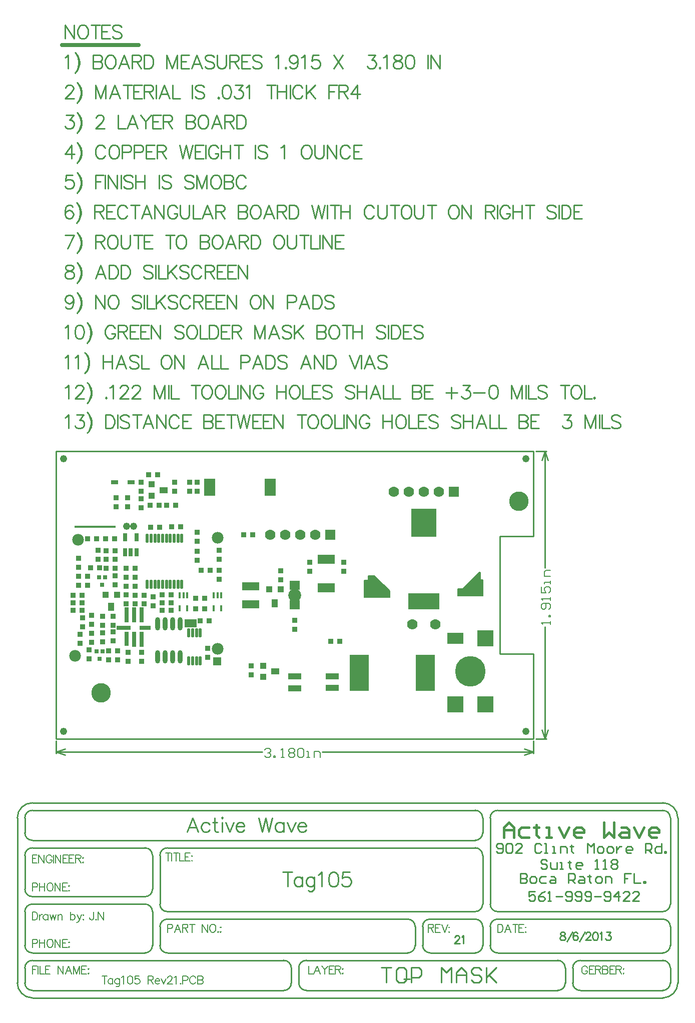
<source format=gts>
%FSLAX25Y25*%
%MOIN*%
G70*
G01*
G75*
G04 Layer_Color=8388736*
%ADD10R,0.11024X0.05512*%
%ADD11R,0.01378X0.03543*%
%ADD12R,0.01378X0.03543*%
%ADD13R,0.11811X0.23622*%
%ADD14R,0.03000X0.03000*%
%ADD15R,0.05000X0.03600*%
%ADD16R,0.03600X0.03600*%
%ADD17R,0.11000X0.04500*%
%ADD18R,0.03600X0.03600*%
%ADD19R,0.03600X0.05000*%
%ADD20R,0.02000X0.05000*%
%ADD21O,0.01600X0.06000*%
%ADD22R,0.02362X0.02362*%
%ADD23R,0.06299X0.05118*%
%ADD24O,0.01600X0.06000*%
%ADD25R,0.09000X0.02362*%
%ADD26R,0.02362X0.10000*%
%ADD27R,0.07000X0.02362*%
%ADD28R,0.02362X0.09000*%
%ADD29O,0.02400X0.08000*%
%ADD30R,0.10000X0.07000*%
%ADD31R,0.10000X0.10000*%
%ADD32C,0.02000*%
%ADD33R,0.20000X0.10000*%
%ADD34R,0.16000X0.18000*%
%ADD35C,0.01200*%
%ADD36R,0.07000X0.11000*%
%ADD37R,0.03000X0.03000*%
%ADD38R,0.03937X0.02165*%
%ADD39C,0.04000*%
%ADD40R,0.07400X0.04500*%
%ADD41R,0.08000X0.03500*%
%ADD42C,0.01500*%
%ADD43C,0.01000*%
%ADD44C,0.04000*%
%ADD45C,0.02500*%
%ADD46C,0.00600*%
%ADD47C,0.01600*%
%ADD48C,0.01400*%
%ADD49C,0.00800*%
%ADD50C,0.02000*%
%ADD51C,0.03000*%
%ADD52C,0.07400*%
%ADD53C,0.01200*%
%ADD54C,0.00900*%
%ADD55C,0.00500*%
%ADD56C,0.06200*%
%ADD57R,0.06200X0.06200*%
%ADD58C,0.19500*%
%ADD59C,0.07000*%
%ADD60C,0.07800*%
%ADD61C,0.12200*%
%ADD62R,0.05000X0.05000*%
%ADD63C,0.02800*%
%ADD64R,0.07000X0.07000*%
%ADD65C,0.00984*%
%ADD66C,0.05500*%
%ADD67C,0.00400*%
%ADD68C,0.00600*%
%ADD69R,0.27300X0.01800*%
%ADD70R,0.11824X0.06312*%
%ADD71R,0.01778X0.03943*%
%ADD72R,0.01778X0.03943*%
%ADD73R,0.12611X0.24422*%
%ADD74R,0.03800X0.03800*%
%ADD75R,0.05800X0.04400*%
%ADD76R,0.04400X0.04400*%
%ADD77R,0.11800X0.05300*%
%ADD78R,0.04400X0.04400*%
%ADD79R,0.04400X0.05800*%
%ADD80R,0.02800X0.05800*%
%ADD81O,0.02000X0.06400*%
%ADD82R,0.03162X0.03162*%
%ADD83R,0.07099X0.05918*%
%ADD84O,0.02000X0.06400*%
%ADD85R,0.09400X0.02762*%
%ADD86R,0.02762X0.10400*%
%ADD87R,0.07400X0.02762*%
%ADD88R,0.02762X0.09400*%
%ADD89O,0.03200X0.08800*%
%ADD90R,0.10800X0.07800*%
%ADD91R,0.10800X0.10800*%
%ADD92R,0.20800X0.10800*%
%ADD93R,0.16800X0.18800*%
%ADD94R,0.07800X0.11800*%
%ADD95R,0.03800X0.03800*%
%ADD96R,0.04737X0.02965*%
%ADD97C,0.04800*%
%ADD98R,0.08200X0.05300*%
%ADD99R,0.03400X0.03400*%
%ADD100R,0.03400X0.03400*%
%ADD101R,0.08800X0.04300*%
%ADD102C,0.20300*%
%ADD103C,0.08600*%
%ADD104C,0.13000*%
%ADD105R,0.05800X0.05800*%
G36*
X217253Y93412D02*
Y89312D01*
X200354D01*
Y100612D01*
X203053D01*
Y103512D01*
X207154D01*
X217253Y93412D01*
D02*
G37*
G36*
X277654Y100912D02*
X279254D01*
Y90312D01*
X262754D01*
Y95012D01*
X265854D01*
X276853Y106012D01*
X277654D01*
Y100912D01*
D02*
G37*
D42*
X293352Y-70690D02*
Y-64025D01*
X296685Y-60693D01*
X300017Y-64025D01*
Y-70690D01*
Y-65691D01*
X293352D01*
X310014Y-64025D02*
X305015D01*
X303349Y-65691D01*
Y-69024D01*
X305015Y-70690D01*
X310014D01*
X315012Y-62359D02*
Y-64025D01*
X313346D01*
X316678D01*
X315012D01*
Y-69024D01*
X316678Y-70690D01*
X321676D02*
X325009D01*
X323342D01*
Y-64025D01*
X321676D01*
X330007D02*
X333339Y-70690D01*
X336672Y-64025D01*
X345002Y-70690D02*
X341670D01*
X340004Y-69024D01*
Y-65691D01*
X341670Y-64025D01*
X345002D01*
X346668Y-65691D01*
Y-67357D01*
X340004D01*
X359997Y-60693D02*
Y-70690D01*
X363330Y-67357D01*
X366662Y-70690D01*
Y-60693D01*
X371660Y-64025D02*
X374992D01*
X376659Y-65691D01*
Y-70690D01*
X371660D01*
X369994Y-69024D01*
X371660Y-67357D01*
X376659D01*
X379991Y-64025D02*
X383323Y-70690D01*
X386655Y-64025D01*
X394986Y-70690D02*
X391654D01*
X389988Y-69024D01*
Y-65691D01*
X391654Y-64025D01*
X394986D01*
X396652Y-65691D01*
Y-67357D01*
X389988D01*
D43*
X211800Y-157503D02*
X218464D01*
X215132D01*
Y-167500D01*
X226795Y-157503D02*
X223463D01*
X221797Y-159169D01*
Y-165834D01*
X223463Y-167500D01*
X226795D01*
X228461Y-165834D01*
Y-159169D01*
X226795Y-157503D01*
X231793Y-167500D02*
Y-157503D01*
X236792D01*
X238458Y-159169D01*
Y-162502D01*
X236792Y-164168D01*
X231793D01*
X251787Y-167500D02*
Y-157503D01*
X255119Y-160836D01*
X258452Y-157503D01*
Y-167500D01*
X261784D02*
Y-160836D01*
X265116Y-157503D01*
X268448Y-160836D01*
Y-167500D01*
Y-162502D01*
X261784D01*
X278445Y-159169D02*
X276779Y-157503D01*
X273447D01*
X271781Y-159169D01*
Y-160836D01*
X273447Y-162502D01*
X276779D01*
X278445Y-164168D01*
Y-165834D01*
X276779Y-167500D01*
X273447D01*
X271781Y-165834D01*
X281777Y-157503D02*
Y-167500D01*
Y-164168D01*
X288442Y-157503D01*
X283443Y-162502D01*
X288442Y-167500D01*
X313000Y-14900D02*
Y-6500D01*
X-5000Y-14900D02*
Y-6500D01*
X172494Y-13900D02*
X313000D01*
X-5000D02*
X132306D01*
X307000Y-11900D02*
X313000Y-13900D01*
X307000Y-15900D02*
X313000Y-13900D01*
X-5000D02*
X1000Y-15900D01*
X-5000Y-13900D02*
X1000Y-11900D01*
X314500Y186500D02*
X321600D01*
X314500Y-5000D02*
X321600D01*
X320600Y108744D02*
Y186500D01*
Y-5000D02*
Y69556D01*
X318600Y180500D02*
X320600Y186500D01*
X322600Y180500D01*
X320600Y-5000D02*
X322600Y1000D01*
X318600D02*
X320600Y-5000D01*
X226755Y-164965D02*
X230692D01*
X-5000Y186500D02*
X313000D01*
Y130000D02*
Y186500D01*
X290500Y51400D02*
Y130000D01*
X313000Y-5000D02*
Y51400D01*
X-5000Y-5000D02*
Y186500D01*
X290500Y51400D02*
X313000D01*
X290500Y130000D02*
X313000D01*
X-5000Y-5000D02*
X313000D01*
X404192Y-130118D02*
G03*
X399292Y-125218I-4900J0D01*
G01*
X289192D02*
G03*
X284192Y-130218I0J-5000D01*
G01*
X399192Y-120218D02*
G03*
X404192Y-115218I0J5000D01*
G01*
X284192D02*
G03*
X289192Y-120218I5000J0D01*
G01*
X-20808Y-47718D02*
G03*
X-30808Y-57718I0J-10000D01*
G01*
Y-167618D02*
G03*
X-20884Y-177716I10100J0D01*
G01*
X399192Y-177718D02*
G03*
X409192Y-167718I0J10000D01*
G01*
Y-57718D02*
G03*
X399192Y-47718I-10000J0D01*
G01*
X404192Y-57618D02*
G03*
X399121Y-52721I-4900J0D01*
G01*
X399192Y-147718D02*
G03*
X404192Y-142718I0J5000D01*
G01*
X404192Y-157630D02*
G03*
X399192Y-152717I-5000J-87D01*
G01*
Y-172718D02*
G03*
X404192Y-167718I0J5000D01*
G01*
X274192Y-147718D02*
G03*
X279192Y-142718I0J5000D01*
G01*
X284192Y-142818D02*
G03*
X289177Y-147717I4900J0D01*
G01*
X279192Y-130118D02*
G03*
X274292Y-125218I-4900J0D01*
G01*
X-25808Y-167718D02*
G03*
X-20895Y-172717I5000J0D01*
G01*
X274279Y-120218D02*
G03*
X279193Y-115218I-87J5000D01*
G01*
X-20808Y-152718D02*
G03*
X-25808Y-157718I0J-5000D01*
G01*
X279192Y-82718D02*
G03*
X274192Y-77718I-5000J0D01*
G01*
Y-72718D02*
G03*
X279192Y-67718I0J5000D01*
G01*
X289192Y-52718D02*
G03*
X284192Y-57718I0J-5000D01*
G01*
X279192D02*
G03*
X274192Y-52718I-5000J0D01*
G01*
X-20808D02*
G03*
X-25808Y-57718I0J-5000D01*
G01*
Y-67718D02*
G03*
X-20808Y-72718I5000J0D01*
G01*
Y-77718D02*
G03*
X-25808Y-82718I0J-5000D01*
G01*
Y-105218D02*
G03*
X-20808Y-110218I5000J0D01*
G01*
Y-115218D02*
G03*
X-25808Y-120218I0J-5000D01*
G01*
Y-142718D02*
G03*
X-20895Y-147717I5000J0D01*
G01*
X69192Y-77718D02*
G03*
X64192Y-82718I0J-5000D01*
G01*
X69192Y-125218D02*
G03*
X64192Y-130218I0J-5000D01*
G01*
X243992Y-125218D02*
G03*
X239199Y-130269I0J-4800D01*
G01*
X239192Y-142618D02*
G03*
X244203Y-147717I5100J0D01*
G01*
X229292Y-147718D02*
G03*
X234191Y-142732I0J4900D01*
G01*
X234192Y-130118D02*
G03*
X229292Y-125218I-4900J0D01*
G01*
X54292Y-147718D02*
G03*
X59192Y-142818I0J4900D01*
G01*
X64192D02*
G03*
X69092Y-147718I4900J0D01*
G01*
X64192Y-115318D02*
G03*
X69092Y-120218I4900J0D01*
G01*
X59192Y-120118D02*
G03*
X54121Y-115221I-4900J0D01*
G01*
X54392Y-110218D02*
G03*
X59192Y-105418I0J4800D01*
G01*
Y-82618D02*
G03*
X54292Y-77718I-4900J0D01*
G01*
X344192Y-152718D02*
G03*
X339192Y-157718I0J-5000D01*
G01*
Y-167818D02*
G03*
X344178Y-172717I4900J0D01*
G01*
X329308Y-172718D02*
G03*
X334190Y-167750I84J4800D01*
G01*
X334192Y-157718D02*
G03*
X329192Y-152718I-5000J0D01*
G01*
X156692Y-167718D02*
G03*
X161605Y-172717I5000J0D01*
G01*
X161692Y-152718D02*
G03*
X156692Y-157718I0J-5000D01*
G01*
X146808Y-172718D02*
G03*
X151690Y-167750I84J4800D01*
G01*
X151692Y-157718D02*
G03*
X146692Y-152718I-5000J0D01*
G01*
X404192Y-142718D02*
Y-130118D01*
X284192Y-142718D02*
Y-130218D01*
X404192Y-115218D02*
Y-57718D01*
X284192Y-115218D02*
Y-57718D01*
X-30808Y-167718D02*
Y-57718D01*
X-25808Y-167718D02*
Y-157718D01*
X404192Y-167718D02*
Y-157718D01*
X279192Y-142718D02*
Y-130218D01*
X239192Y-142718D02*
Y-130218D01*
X64192Y-142718D02*
Y-130218D01*
X234192Y-142718D02*
Y-130218D01*
X64192Y-115218D02*
Y-82718D01*
X279192Y-115218D02*
Y-82718D01*
Y-67718D02*
Y-57718D01*
X-25808Y-67718D02*
Y-57718D01*
X59192Y-105218D02*
Y-82718D01*
X-25808Y-105218D02*
Y-82718D01*
X59192Y-142718D02*
Y-120218D01*
X-25808Y-142718D02*
Y-120218D01*
X409192Y-167718D02*
Y-57718D01*
X339192Y-167718D02*
Y-157718D01*
X334192Y-167718D02*
Y-157718D01*
X156692Y-167718D02*
Y-157718D01*
X151692Y-167718D02*
Y-157718D01*
X289192Y-125218D02*
X399192D01*
X289192Y-120218D02*
X399192D01*
X69192D02*
X274192D01*
X289192Y-52718D02*
X399192D01*
X289192Y-147718D02*
X399192D01*
X244192Y-125218D02*
X274192D01*
X244192Y-147718D02*
X274192D01*
X69192D02*
X229192D01*
X69192Y-125218D02*
X229192D01*
X69192Y-77718D02*
X274192D01*
X-20808Y-72718D02*
X274192D01*
X-20808Y-77718D02*
X54192D01*
X-20808Y-110218D02*
X54192D01*
X-20808Y-115218D02*
X54192D01*
X-20808Y-147718D02*
X54192D01*
X-20808Y-47718D02*
X399192D01*
X-20808Y-177718D02*
X399192D01*
X-20808Y-52718D02*
X274192D01*
X344192Y-152718D02*
X399192D01*
X344192Y-172718D02*
X399192D01*
X161692Y-152718D02*
X329192D01*
X-20808D02*
X146692D01*
X-20808Y-172718D02*
X146692D01*
X161692D02*
X329192D01*
X322117Y-86358D02*
X321051Y-85292D01*
X318919D01*
X317852Y-86358D01*
Y-87424D01*
X318919Y-88491D01*
X321051D01*
X322117Y-89557D01*
Y-90623D01*
X321051Y-91690D01*
X318919D01*
X317852Y-90623D01*
X324250Y-87424D02*
Y-90623D01*
X325317Y-91690D01*
X328516D01*
Y-87424D01*
X330648Y-91690D02*
X332781D01*
X331714D01*
Y-87424D01*
X330648D01*
X337046Y-86358D02*
Y-87424D01*
X335980D01*
X338112D01*
X337046D01*
Y-90623D01*
X338112Y-91690D01*
X344510D02*
X342378D01*
X341311Y-90623D01*
Y-88491D01*
X342378Y-87424D01*
X344510D01*
X345577Y-88491D01*
Y-89557D01*
X341311D01*
X354107Y-91690D02*
X356240D01*
X355173D01*
Y-85292D01*
X354107Y-86358D01*
X359439Y-91690D02*
X361571D01*
X360505D01*
Y-85292D01*
X359439Y-86358D01*
X364770D02*
X365837Y-85292D01*
X367969D01*
X369036Y-86358D01*
Y-87424D01*
X367969Y-88491D01*
X369036Y-89557D01*
Y-90623D01*
X367969Y-91690D01*
X365837D01*
X364770Y-90623D01*
Y-89557D01*
X365837Y-88491D01*
X364770Y-87424D01*
Y-86358D01*
X365837Y-88491D02*
X367969D01*
X314118Y-106792D02*
X309852D01*
Y-109991D01*
X311985Y-108924D01*
X313051D01*
X314118Y-109991D01*
Y-112123D01*
X313051Y-113190D01*
X310919D01*
X309852Y-112123D01*
X320515Y-106792D02*
X318383Y-107858D01*
X316250Y-109991D01*
Y-112123D01*
X317317Y-113190D01*
X319449D01*
X320515Y-112123D01*
Y-111057D01*
X319449Y-109991D01*
X316250D01*
X322648Y-113190D02*
X324781D01*
X323714D01*
Y-106792D01*
X322648Y-107858D01*
X327980Y-109991D02*
X332245D01*
X334378Y-112123D02*
X335444Y-113190D01*
X337577D01*
X338643Y-112123D01*
Y-107858D01*
X337577Y-106792D01*
X335444D01*
X334378Y-107858D01*
Y-108924D01*
X335444Y-109991D01*
X338643D01*
X340776Y-112123D02*
X341842Y-113190D01*
X343974D01*
X345041Y-112123D01*
Y-107858D01*
X343974Y-106792D01*
X341842D01*
X340776Y-107858D01*
Y-108924D01*
X341842Y-109991D01*
X345041D01*
X347174Y-112123D02*
X348240Y-113190D01*
X350373D01*
X351439Y-112123D01*
Y-107858D01*
X350373Y-106792D01*
X348240D01*
X347174Y-107858D01*
Y-108924D01*
X348240Y-109991D01*
X351439D01*
X353571D02*
X357837D01*
X359969Y-112123D02*
X361036Y-113190D01*
X363168D01*
X364235Y-112123D01*
Y-107858D01*
X363168Y-106792D01*
X361036D01*
X359969Y-107858D01*
Y-108924D01*
X361036Y-109991D01*
X364235D01*
X369566Y-113190D02*
Y-106792D01*
X366367Y-109991D01*
X370633D01*
X377030Y-113190D02*
X372765D01*
X377030Y-108924D01*
Y-107858D01*
X375964Y-106792D01*
X373832D01*
X372765Y-107858D01*
X383428Y-113190D02*
X379163D01*
X383428Y-108924D01*
Y-107858D01*
X382362Y-106792D01*
X380229D01*
X379163Y-107858D01*
X288352Y-80123D02*
X289419Y-81190D01*
X291551D01*
X292618Y-80123D01*
Y-75858D01*
X291551Y-74792D01*
X289419D01*
X288352Y-75858D01*
Y-76925D01*
X289419Y-77991D01*
X292618D01*
X294750Y-75858D02*
X295816Y-74792D01*
X297949D01*
X299015Y-75858D01*
Y-80123D01*
X297949Y-81190D01*
X295816D01*
X294750Y-80123D01*
Y-75858D01*
X305413Y-81190D02*
X301148D01*
X305413Y-76925D01*
Y-75858D01*
X304347Y-74792D01*
X302214D01*
X301148Y-75858D01*
X318209D02*
X317143Y-74792D01*
X315010D01*
X313944Y-75858D01*
Y-80123D01*
X315010Y-81190D01*
X317143D01*
X318209Y-80123D01*
X320342Y-81190D02*
X322475D01*
X321408D01*
Y-74792D01*
X320342D01*
X325674Y-81190D02*
X327806D01*
X326740D01*
Y-76925D01*
X325674D01*
X331005Y-81190D02*
Y-76925D01*
X334204D01*
X335270Y-77991D01*
Y-81190D01*
X338469Y-75858D02*
Y-76925D01*
X337403D01*
X339536D01*
X338469D01*
Y-80123D01*
X339536Y-81190D01*
X349133D02*
Y-74792D01*
X351265Y-76925D01*
X353398Y-74792D01*
Y-81190D01*
X356597D02*
X358730D01*
X359796Y-80123D01*
Y-77991D01*
X358730Y-76925D01*
X356597D01*
X355531Y-77991D01*
Y-80123D01*
X356597Y-81190D01*
X362995D02*
X365127D01*
X366194Y-80123D01*
Y-77991D01*
X365127Y-76925D01*
X362995D01*
X361928Y-77991D01*
Y-80123D01*
X362995Y-81190D01*
X368326Y-76925D02*
Y-81190D01*
Y-79057D01*
X369393Y-77991D01*
X370459Y-76925D01*
X371525D01*
X377923Y-81190D02*
X375791D01*
X374724Y-80123D01*
Y-77991D01*
X375791Y-76925D01*
X377923D01*
X378990Y-77991D01*
Y-79057D01*
X374724D01*
X387520Y-81190D02*
Y-74792D01*
X390719D01*
X391785Y-75858D01*
Y-77991D01*
X390719Y-79057D01*
X387520D01*
X389653D02*
X391785Y-81190D01*
X398183Y-74792D02*
Y-81190D01*
X394984D01*
X393918Y-80123D01*
Y-77991D01*
X394984Y-76925D01*
X398183D01*
X400316Y-81190D02*
Y-80123D01*
X401382D01*
Y-81190D01*
X400316D01*
X304352Y-94792D02*
Y-101190D01*
X307551D01*
X308617Y-100123D01*
Y-99057D01*
X307551Y-97991D01*
X304352D01*
X307551D01*
X308617Y-96925D01*
Y-95858D01*
X307551Y-94792D01*
X304352D01*
X311817Y-101190D02*
X313949D01*
X315016Y-100123D01*
Y-97991D01*
X313949Y-96925D01*
X311817D01*
X310750Y-97991D01*
Y-100123D01*
X311817Y-101190D01*
X321413Y-96925D02*
X318214D01*
X317148Y-97991D01*
Y-100123D01*
X318214Y-101190D01*
X321413D01*
X324612Y-96925D02*
X326745D01*
X327811Y-97991D01*
Y-101190D01*
X324612D01*
X323546Y-100123D01*
X324612Y-99057D01*
X327811D01*
X336342Y-101190D02*
Y-94792D01*
X339541D01*
X340607Y-95858D01*
Y-97991D01*
X339541Y-99057D01*
X336342D01*
X338474D02*
X340607Y-101190D01*
X343806Y-96925D02*
X345939D01*
X347005Y-97991D01*
Y-101190D01*
X343806D01*
X342740Y-100123D01*
X343806Y-99057D01*
X347005D01*
X350204Y-95858D02*
Y-96925D01*
X349138D01*
X351270D01*
X350204D01*
Y-100123D01*
X351270Y-101190D01*
X355536D02*
X357668D01*
X358735Y-100123D01*
Y-97991D01*
X357668Y-96925D01*
X355536D01*
X354469Y-97991D01*
Y-100123D01*
X355536Y-101190D01*
X360867D02*
Y-96925D01*
X364066D01*
X365133Y-97991D01*
Y-101190D01*
X377928Y-94792D02*
X373663D01*
Y-97991D01*
X375796D01*
X373663D01*
Y-101190D01*
X380061Y-94792D02*
Y-101190D01*
X384326D01*
X386459D02*
Y-100123D01*
X387525D01*
Y-101190D01*
X386459D01*
X1060Y228934D02*
X1917Y229363D01*
X3202Y230648D01*
Y221650D01*
X8087Y228506D02*
Y228934D01*
X8515Y229791D01*
X8944Y230220D01*
X9801Y230648D01*
X11514D01*
X12371Y230220D01*
X12800Y229791D01*
X13228Y228934D01*
Y228077D01*
X12800Y227220D01*
X11943Y225935D01*
X7658Y221650D01*
X13657D01*
X15671Y232362D02*
X16528Y231505D01*
X17385Y230220D01*
X18242Y228506D01*
X18670Y226363D01*
Y224649D01*
X18242Y222507D01*
X17385Y220793D01*
X16528Y219508D01*
X15671Y218651D01*
X16528Y231505D02*
X17385Y229791D01*
X17813Y228506D01*
X18242Y226363D01*
Y224649D01*
X17813Y222507D01*
X17385Y221221D01*
X16528Y219508D01*
X28354Y222507D02*
X27925Y222078D01*
X28354Y221650D01*
X28782Y222078D01*
X28354Y222507D01*
X30753Y228934D02*
X31610Y229363D01*
X32896Y230648D01*
Y221650D01*
X37780Y228506D02*
Y228934D01*
X38209Y229791D01*
X38637Y230220D01*
X39494Y230648D01*
X41208D01*
X42065Y230220D01*
X42494Y229791D01*
X42922Y228934D01*
Y228077D01*
X42494Y227220D01*
X41637Y225935D01*
X37352Y221650D01*
X43351D01*
X45793Y228506D02*
Y228934D01*
X46221Y229791D01*
X46650Y230220D01*
X47507Y230648D01*
X49221D01*
X50078Y230220D01*
X50506Y229791D01*
X50935Y228934D01*
Y228077D01*
X50506Y227220D01*
X49649Y225935D01*
X45364Y221650D01*
X51363D01*
X60447Y230648D02*
Y221650D01*
Y230648D02*
X63875Y221650D01*
X67303Y230648D02*
X63875Y221650D01*
X67303Y230648D02*
Y221650D01*
X69873Y230648D02*
Y221650D01*
X71759Y230648D02*
Y221650D01*
X76901D01*
X87955Y230648D02*
Y221650D01*
X84956Y230648D02*
X90955D01*
X94597D02*
X93740Y230220D01*
X92883Y229363D01*
X92454Y228506D01*
X92026Y227220D01*
Y225078D01*
X92454Y223792D01*
X92883Y222935D01*
X93740Y222078D01*
X94597Y221650D01*
X96311D01*
X97168Y222078D01*
X98025Y222935D01*
X98453Y223792D01*
X98882Y225078D01*
Y227220D01*
X98453Y228506D01*
X98025Y229363D01*
X97168Y230220D01*
X96311Y230648D01*
X94597D01*
X103552D02*
X102695Y230220D01*
X101838Y229363D01*
X101410Y228506D01*
X100981Y227220D01*
Y225078D01*
X101410Y223792D01*
X101838Y222935D01*
X102695Y222078D01*
X103552Y221650D01*
X105266D01*
X106123Y222078D01*
X106980Y222935D01*
X107408Y223792D01*
X107837Y225078D01*
Y227220D01*
X107408Y228506D01*
X106980Y229363D01*
X106123Y230220D01*
X105266Y230648D01*
X103552D01*
X109936D02*
Y221650D01*
X115078D01*
X116064Y230648D02*
Y221650D01*
X117949Y230648D02*
Y221650D01*
Y230648D02*
X123948Y221650D01*
Y230648D02*
Y221650D01*
X132860Y228506D02*
X132431Y229363D01*
X131574Y230220D01*
X130718Y230648D01*
X129004D01*
X128147Y230220D01*
X127290Y229363D01*
X126861Y228506D01*
X126433Y227220D01*
Y225078D01*
X126861Y223792D01*
X127290Y222935D01*
X128147Y222078D01*
X129004Y221650D01*
X130718D01*
X131574Y222078D01*
X132431Y222935D01*
X132860Y223792D01*
Y225078D01*
X130718D02*
X132860D01*
X141987Y230648D02*
Y221650D01*
X147985Y230648D02*
Y221650D01*
X141987Y226363D02*
X147985D01*
X153041Y230648D02*
X152184Y230220D01*
X151327Y229363D01*
X150899Y228506D01*
X150470Y227220D01*
Y225078D01*
X150899Y223792D01*
X151327Y222935D01*
X152184Y222078D01*
X153041Y221650D01*
X154755D01*
X155612Y222078D01*
X156469Y222935D01*
X156898Y223792D01*
X157326Y225078D01*
Y227220D01*
X156898Y228506D01*
X156469Y229363D01*
X155612Y230220D01*
X154755Y230648D01*
X153041D01*
X159426D02*
Y221650D01*
X164567D01*
X171123Y230648D02*
X165553D01*
Y221650D01*
X171123D01*
X165553Y226363D02*
X168981D01*
X178622Y229363D02*
X177765Y230220D01*
X176479Y230648D01*
X174765D01*
X173480Y230220D01*
X172623Y229363D01*
Y228506D01*
X173051Y227649D01*
X173480Y227220D01*
X174337Y226792D01*
X176908Y225935D01*
X177765Y225506D01*
X178193Y225078D01*
X178622Y224221D01*
Y222935D01*
X177765Y222078D01*
X176479Y221650D01*
X174765D01*
X173480Y222078D01*
X172623Y222935D01*
X193704Y229363D02*
X192847Y230220D01*
X191562Y230648D01*
X189848D01*
X188562Y230220D01*
X187705Y229363D01*
Y228506D01*
X188134Y227649D01*
X188562Y227220D01*
X189419Y226792D01*
X191990Y225935D01*
X192847Y225506D01*
X193276Y225078D01*
X193704Y224221D01*
Y222935D01*
X192847Y222078D01*
X191562Y221650D01*
X189848D01*
X188562Y222078D01*
X187705Y222935D01*
X195718Y230648D02*
Y221650D01*
X201717Y230648D02*
Y221650D01*
X195718Y226363D02*
X201717D01*
X211057Y221650D02*
X207630Y230648D01*
X204202Y221650D01*
X205487Y224649D02*
X209772D01*
X213157Y230648D02*
Y221650D01*
X218299D01*
X219284Y230648D02*
Y221650D01*
X224426D01*
X232482Y230648D02*
Y221650D01*
Y230648D02*
X236338D01*
X237623Y230220D01*
X238052Y229791D01*
X238480Y228934D01*
Y228077D01*
X238052Y227220D01*
X237623Y226792D01*
X236338Y226363D01*
X232482D02*
X236338D01*
X237623Y225935D01*
X238052Y225506D01*
X238480Y224649D01*
Y223364D01*
X238052Y222507D01*
X237623Y222078D01*
X236338Y221650D01*
X232482D01*
X246064Y230648D02*
X240494D01*
Y221650D01*
X246064D01*
X240494Y226363D02*
X243922D01*
X258490Y229363D02*
Y221650D01*
X254634Y225506D02*
X262347D01*
X265860Y230648D02*
X270573D01*
X268002Y227220D01*
X269288D01*
X270145Y226792D01*
X270573Y226363D01*
X271002Y225078D01*
Y224221D01*
X270573Y222935D01*
X269716Y222078D01*
X268431Y221650D01*
X267145D01*
X265860Y222078D01*
X265432Y222507D01*
X265003Y223364D01*
X273016Y225506D02*
X280728D01*
X285956Y230648D02*
X284670Y230220D01*
X283813Y228934D01*
X283385Y226792D01*
Y225506D01*
X283813Y223364D01*
X284670Y222078D01*
X285956Y221650D01*
X286813D01*
X288098Y222078D01*
X288955Y223364D01*
X289384Y225506D01*
Y226792D01*
X288955Y228934D01*
X288098Y230220D01*
X286813Y230648D01*
X285956D01*
X298467D02*
Y221650D01*
Y230648D02*
X301895Y221650D01*
X305323Y230648D02*
X301895Y221650D01*
X305323Y230648D02*
Y221650D01*
X307894Y230648D02*
Y221650D01*
X309779Y230648D02*
Y221650D01*
X314921D01*
X321905Y229363D02*
X321048Y230220D01*
X319763Y230648D01*
X318049D01*
X316763Y230220D01*
X315906Y229363D01*
Y228506D01*
X316335Y227649D01*
X316763Y227220D01*
X317620Y226792D01*
X320191Y225935D01*
X321048Y225506D01*
X321477Y225078D01*
X321905Y224221D01*
Y222935D01*
X321048Y222078D01*
X319763Y221650D01*
X318049D01*
X316763Y222078D01*
X315906Y222935D01*
X333988Y230648D02*
Y221650D01*
X330989Y230648D02*
X336988D01*
X340630D02*
X339773Y230220D01*
X338916Y229363D01*
X338487Y228506D01*
X338059Y227220D01*
Y225078D01*
X338487Y223792D01*
X338916Y222935D01*
X339773Y222078D01*
X340630Y221650D01*
X342344D01*
X343201Y222078D01*
X344057Y222935D01*
X344486Y223792D01*
X344915Y225078D01*
Y227220D01*
X344486Y228506D01*
X344057Y229363D01*
X343201Y230220D01*
X342344Y230648D01*
X340630D01*
X347014D02*
Y221650D01*
X352156D01*
X353570Y222507D02*
X353141Y222078D01*
X353570Y221650D01*
X353998Y222078D01*
X353570Y222507D01*
X960Y448834D02*
X1817Y449263D01*
X3102Y450548D01*
Y441550D01*
X7558Y452262D02*
X8415Y451405D01*
X9272Y450120D01*
X10129Y448406D01*
X10558Y446263D01*
Y444549D01*
X10129Y442407D01*
X9272Y440693D01*
X8415Y439408D01*
X7558Y438551D01*
X8415Y451405D02*
X9272Y449691D01*
X9701Y448406D01*
X10129Y446263D01*
Y444549D01*
X9701Y442407D01*
X9272Y441121D01*
X8415Y439408D01*
X19813Y450548D02*
Y441550D01*
Y450548D02*
X23669D01*
X24954Y450120D01*
X25383Y449691D01*
X25811Y448834D01*
Y447977D01*
X25383Y447120D01*
X24954Y446692D01*
X23669Y446263D01*
X19813D02*
X23669D01*
X24954Y445835D01*
X25383Y445406D01*
X25811Y444549D01*
Y443264D01*
X25383Y442407D01*
X24954Y441979D01*
X23669Y441550D01*
X19813D01*
X30396Y450548D02*
X29539Y450120D01*
X28682Y449263D01*
X28254Y448406D01*
X27825Y447120D01*
Y444978D01*
X28254Y443692D01*
X28682Y442835D01*
X29539Y441979D01*
X30396Y441550D01*
X32110D01*
X32967Y441979D01*
X33824Y442835D01*
X34253Y443692D01*
X34681Y444978D01*
Y447120D01*
X34253Y448406D01*
X33824Y449263D01*
X32967Y450120D01*
X32110Y450548D01*
X30396D01*
X43636Y441550D02*
X40208Y450548D01*
X36781Y441550D01*
X38066Y444549D02*
X42351D01*
X45736Y450548D02*
Y441550D01*
Y450548D02*
X49592D01*
X50877Y450120D01*
X51306Y449691D01*
X51734Y448834D01*
Y447977D01*
X51306Y447120D01*
X50877Y446692D01*
X49592Y446263D01*
X45736D01*
X48735D02*
X51734Y441550D01*
X53748Y450548D02*
Y441550D01*
Y450548D02*
X56748D01*
X58033Y450120D01*
X58890Y449263D01*
X59319Y448406D01*
X59747Y447120D01*
Y444978D01*
X59319Y443692D01*
X58890Y442835D01*
X58033Y441979D01*
X56748Y441550D01*
X53748D01*
X68831Y450548D02*
Y441550D01*
Y450548D02*
X72259Y441550D01*
X75686Y450548D02*
X72259Y441550D01*
X75686Y450548D02*
Y441550D01*
X83828Y450548D02*
X78257D01*
Y441550D01*
X83828D01*
X78257Y446263D02*
X81685D01*
X92183Y441550D02*
X88755Y450548D01*
X85327Y441550D01*
X86613Y444549D02*
X90898D01*
X100281Y449263D02*
X99424Y450120D01*
X98139Y450548D01*
X96425D01*
X95139Y450120D01*
X94282Y449263D01*
Y448406D01*
X94711Y447549D01*
X95139Y447120D01*
X95996Y446692D01*
X98567Y445835D01*
X99424Y445406D01*
X99853Y444978D01*
X100281Y444121D01*
Y442835D01*
X99424Y441979D01*
X98139Y441550D01*
X96425D01*
X95139Y441979D01*
X94282Y442835D01*
X102295Y450548D02*
Y444121D01*
X102724Y442835D01*
X103580Y441979D01*
X104866Y441550D01*
X105723D01*
X107008Y441979D01*
X107865Y442835D01*
X108294Y444121D01*
Y450548D01*
X110779D02*
Y441550D01*
Y450548D02*
X114635D01*
X115921Y450120D01*
X116349Y449691D01*
X116778Y448834D01*
Y447977D01*
X116349Y447120D01*
X115921Y446692D01*
X114635Y446263D01*
X110779D01*
X113778D02*
X116778Y441550D01*
X124362Y450548D02*
X118791D01*
Y441550D01*
X124362D01*
X118791Y446263D02*
X122219D01*
X131860Y449263D02*
X131003Y450120D01*
X129718Y450548D01*
X128004D01*
X126718Y450120D01*
X125861Y449263D01*
Y448406D01*
X126290Y447549D01*
X126718Y447120D01*
X127575Y446692D01*
X130146Y445835D01*
X131003Y445406D01*
X131432Y444978D01*
X131860Y444121D01*
Y442835D01*
X131003Y441979D01*
X129718Y441550D01*
X128004D01*
X126718Y441979D01*
X125861Y442835D01*
X140944Y448834D02*
X141801Y449263D01*
X143086Y450548D01*
Y441550D01*
X147971Y442407D02*
X147543Y441979D01*
X147971Y441550D01*
X148399Y441979D01*
X147971Y442407D01*
X155941Y447549D02*
X155512Y446263D01*
X154655Y445406D01*
X153370Y444978D01*
X152941D01*
X151656Y445406D01*
X150799Y446263D01*
X150370Y447549D01*
Y447977D01*
X150799Y449263D01*
X151656Y450120D01*
X152941Y450548D01*
X153370D01*
X154655Y450120D01*
X155512Y449263D01*
X155941Y447549D01*
Y445406D01*
X155512Y443264D01*
X154655Y441979D01*
X153370Y441550D01*
X152513D01*
X151227Y441979D01*
X150799Y442835D01*
X158383Y448834D02*
X159240Y449263D01*
X160525Y450548D01*
Y441550D01*
X170123Y450548D02*
X165839D01*
X165410Y446692D01*
X165839Y447120D01*
X167124Y447549D01*
X168409D01*
X169695Y447120D01*
X170552Y446263D01*
X170980Y444978D01*
Y444121D01*
X170552Y442835D01*
X169695Y441979D01*
X168409Y441550D01*
X167124D01*
X165839Y441979D01*
X165410Y442407D01*
X164982Y443264D01*
X180064Y450548D02*
X186063Y441550D01*
Y450548D02*
X180064Y441550D01*
X203073Y450548D02*
X207787D01*
X205216Y447120D01*
X206501D01*
X207358Y446692D01*
X207787Y446263D01*
X208215Y444978D01*
Y444121D01*
X207787Y442835D01*
X206930Y441979D01*
X205644Y441550D01*
X204359D01*
X203073Y441979D01*
X202645Y442407D01*
X202217Y443264D01*
X210658Y442407D02*
X210229Y441979D01*
X210658Y441550D01*
X211086Y441979D01*
X210658Y442407D01*
X213057Y448834D02*
X213914Y449263D01*
X215199Y450548D01*
Y441550D01*
X221798Y450548D02*
X220513Y450120D01*
X220084Y449263D01*
Y448406D01*
X220513Y447549D01*
X221370Y447120D01*
X223083Y446692D01*
X224369Y446263D01*
X225226Y445406D01*
X225654Y444549D01*
Y443264D01*
X225226Y442407D01*
X224797Y441979D01*
X223512Y441550D01*
X221798D01*
X220513Y441979D01*
X220084Y442407D01*
X219656Y443264D01*
Y444549D01*
X220084Y445406D01*
X220941Y446263D01*
X222227Y446692D01*
X223940Y447120D01*
X224797Y447549D01*
X225226Y448406D01*
Y449263D01*
X224797Y450120D01*
X223512Y450548D01*
X221798D01*
X230239D02*
X228954Y450120D01*
X228097Y448834D01*
X227668Y446692D01*
Y445406D01*
X228097Y443264D01*
X228954Y441979D01*
X230239Y441550D01*
X231096D01*
X232381Y441979D01*
X233238Y443264D01*
X233667Y445406D01*
Y446692D01*
X233238Y448834D01*
X232381Y450120D01*
X231096Y450548D01*
X230239D01*
X242751D02*
Y441550D01*
X244636Y450548D02*
Y441550D01*
Y450548D02*
X250635Y441550D01*
Y450548D02*
Y441550D01*
X960Y470548D02*
Y461550D01*
Y470548D02*
X6958Y461550D01*
Y470548D02*
Y461550D01*
X12014Y470548D02*
X11157Y470120D01*
X10300Y469263D01*
X9872Y468406D01*
X9443Y467120D01*
Y464978D01*
X9872Y463692D01*
X10300Y462835D01*
X11157Y461978D01*
X12014Y461550D01*
X13728D01*
X14585Y461978D01*
X15442Y462835D01*
X15871Y463692D01*
X16299Y464978D01*
Y467120D01*
X15871Y468406D01*
X15442Y469263D01*
X14585Y470120D01*
X13728Y470548D01*
X12014D01*
X21398D02*
Y461550D01*
X18399Y470548D02*
X24397D01*
X31039D02*
X25469D01*
Y461550D01*
X31039D01*
X25469Y466263D02*
X28896D01*
X38537Y469263D02*
X37680Y470120D01*
X36395Y470548D01*
X34681D01*
X33395Y470120D01*
X32539Y469263D01*
Y468406D01*
X32967Y467549D01*
X33395Y467120D01*
X34253Y466692D01*
X36823Y465835D01*
X37680Y465406D01*
X38109Y464978D01*
X38537Y464121D01*
Y462835D01*
X37680Y461978D01*
X36395Y461550D01*
X34681D01*
X33395Y461978D01*
X32539Y462835D01*
X960Y268834D02*
X1817Y269263D01*
X3102Y270548D01*
Y261550D01*
X10129Y270548D02*
X8844Y270120D01*
X7987Y268834D01*
X7558Y266692D01*
Y265406D01*
X7987Y263264D01*
X8844Y261979D01*
X10129Y261550D01*
X10986D01*
X12271Y261979D01*
X13128Y263264D01*
X13557Y265406D01*
Y266692D01*
X13128Y268834D01*
X12271Y270120D01*
X10986Y270548D01*
X10129D01*
X15571Y272262D02*
X16428Y271405D01*
X17285Y270120D01*
X18142Y268406D01*
X18570Y266263D01*
Y264549D01*
X18142Y262407D01*
X17285Y260693D01*
X16428Y259408D01*
X15571Y258551D01*
X16428Y271405D02*
X17285Y269691D01*
X17713Y268406D01*
X18142Y266263D01*
Y264549D01*
X17713Y262407D01*
X17285Y261122D01*
X16428Y259408D01*
X34253Y268406D02*
X33824Y269263D01*
X32967Y270120D01*
X32110Y270548D01*
X30396D01*
X29539Y270120D01*
X28682Y269263D01*
X28254Y268406D01*
X27825Y267120D01*
Y264978D01*
X28254Y263692D01*
X28682Y262835D01*
X29539Y261979D01*
X30396Y261550D01*
X32110D01*
X32967Y261979D01*
X33824Y262835D01*
X34253Y263692D01*
Y264978D01*
X32110D02*
X34253D01*
X36309Y270548D02*
Y261550D01*
Y270548D02*
X40165D01*
X41451Y270120D01*
X41879Y269691D01*
X42308Y268834D01*
Y267977D01*
X41879Y267120D01*
X41451Y266692D01*
X40165Y266263D01*
X36309D01*
X39309D02*
X42308Y261550D01*
X49892Y270548D02*
X44322D01*
Y261550D01*
X49892D01*
X44322Y266263D02*
X47750D01*
X56962Y270548D02*
X51392D01*
Y261550D01*
X56962D01*
X51392Y266263D02*
X54820D01*
X58462Y270548D02*
Y261550D01*
Y270548D02*
X64460Y261550D01*
Y270548D02*
Y261550D01*
X80014Y269263D02*
X79157Y270120D01*
X77872Y270548D01*
X76158D01*
X74872Y270120D01*
X74015Y269263D01*
Y268406D01*
X74444Y267549D01*
X74872Y267120D01*
X75729Y266692D01*
X78300Y265835D01*
X79157Y265406D01*
X79586Y264978D01*
X80014Y264121D01*
Y262835D01*
X79157Y261979D01*
X77872Y261550D01*
X76158D01*
X74872Y261979D01*
X74015Y262835D01*
X84599Y270548D02*
X83742Y270120D01*
X82885Y269263D01*
X82456Y268406D01*
X82028Y267120D01*
Y264978D01*
X82456Y263692D01*
X82885Y262835D01*
X83742Y261979D01*
X84599Y261550D01*
X86313D01*
X87170Y261979D01*
X88027Y262835D01*
X88455Y263692D01*
X88884Y264978D01*
Y267120D01*
X88455Y268406D01*
X88027Y269263D01*
X87170Y270120D01*
X86313Y270548D01*
X84599D01*
X90983D02*
Y261550D01*
X96125D01*
X97110Y270548D02*
Y261550D01*
Y270548D02*
X100110D01*
X101395Y270120D01*
X102252Y269263D01*
X102681Y268406D01*
X103109Y267120D01*
Y264978D01*
X102681Y263692D01*
X102252Y262835D01*
X101395Y261979D01*
X100110Y261550D01*
X97110D01*
X110693Y270548D02*
X105123D01*
Y261550D01*
X110693D01*
X105123Y266263D02*
X108551D01*
X112193Y270548D02*
Y261550D01*
Y270548D02*
X116049D01*
X117335Y270120D01*
X117763Y269691D01*
X118192Y268834D01*
Y267977D01*
X117763Y267120D01*
X117335Y266692D01*
X116049Y266263D01*
X112193D01*
X115192D02*
X118192Y261550D01*
X127275Y270548D02*
Y261550D01*
Y270548D02*
X130703Y261550D01*
X134131Y270548D02*
X130703Y261550D01*
X134131Y270548D02*
Y261550D01*
X143558D02*
X140130Y270548D01*
X136702Y261550D01*
X137987Y264549D02*
X142272D01*
X151656Y269263D02*
X150799Y270120D01*
X149513Y270548D01*
X147800D01*
X146514Y270120D01*
X145657Y269263D01*
Y268406D01*
X146086Y267549D01*
X146514Y267120D01*
X147371Y266692D01*
X149942Y265835D01*
X150799Y265406D01*
X151227Y264978D01*
X151656Y264121D01*
Y262835D01*
X150799Y261979D01*
X149513Y261550D01*
X147800D01*
X146514Y261979D01*
X145657Y262835D01*
X153670Y270548D02*
Y261550D01*
X159668Y270548D02*
X153670Y264549D01*
X155812Y266692D02*
X159668Y261550D01*
X168752Y270548D02*
Y261550D01*
Y270548D02*
X172608D01*
X173894Y270120D01*
X174322Y269691D01*
X174751Y268834D01*
Y267977D01*
X174322Y267120D01*
X173894Y266692D01*
X172608Y266263D01*
X168752D02*
X172608D01*
X173894Y265835D01*
X174322Y265406D01*
X174751Y264549D01*
Y263264D01*
X174322Y262407D01*
X173894Y261979D01*
X172608Y261550D01*
X168752D01*
X179336Y270548D02*
X178479Y270120D01*
X177622Y269263D01*
X177193Y268406D01*
X176765Y267120D01*
Y264978D01*
X177193Y263692D01*
X177622Y262835D01*
X178479Y261979D01*
X179336Y261550D01*
X181050D01*
X181906Y261979D01*
X182764Y262835D01*
X183192Y263692D01*
X183620Y264978D01*
Y267120D01*
X183192Y268406D01*
X182764Y269263D01*
X181906Y270120D01*
X181050Y270548D01*
X179336D01*
X188719D02*
Y261550D01*
X185720Y270548D02*
X191719D01*
X192790D02*
Y261550D01*
X198789Y270548D02*
Y261550D01*
X192790Y266263D02*
X198789D01*
X214342Y269263D02*
X213486Y270120D01*
X212200Y270548D01*
X210486D01*
X209201Y270120D01*
X208344Y269263D01*
Y268406D01*
X208772Y267549D01*
X209201Y267120D01*
X210058Y266692D01*
X212629Y265835D01*
X213486Y265406D01*
X213914Y264978D01*
X214342Y264121D01*
Y262835D01*
X213486Y261979D01*
X212200Y261550D01*
X210486D01*
X209201Y261979D01*
X208344Y262835D01*
X216356Y270548D02*
Y261550D01*
X218242Y270548D02*
Y261550D01*
Y270548D02*
X221241D01*
X222526Y270120D01*
X223383Y269263D01*
X223812Y268406D01*
X224240Y267120D01*
Y264978D01*
X223812Y263692D01*
X223383Y262835D01*
X222526Y261979D01*
X221241Y261550D01*
X218242D01*
X231824Y270548D02*
X226254D01*
Y261550D01*
X231824D01*
X226254Y266263D02*
X229682D01*
X239323Y269263D02*
X238466Y270120D01*
X237180Y270548D01*
X235467D01*
X234181Y270120D01*
X233324Y269263D01*
Y268406D01*
X233753Y267549D01*
X234181Y267120D01*
X235038Y266692D01*
X237609Y265835D01*
X238466Y265406D01*
X238894Y264978D01*
X239323Y264121D01*
Y262835D01*
X238466Y261979D01*
X237180Y261550D01*
X235467D01*
X234181Y261979D01*
X233324Y262835D01*
X1817Y410548D02*
X6530D01*
X3959Y407120D01*
X5244D01*
X6101Y406692D01*
X6530Y406263D01*
X6958Y404978D01*
Y404121D01*
X6530Y402835D01*
X5673Y401978D01*
X4388Y401550D01*
X3102D01*
X1817Y401978D01*
X1388Y402407D01*
X960Y403264D01*
X8972Y412262D02*
X9829Y411405D01*
X10686Y410120D01*
X11543Y408406D01*
X11972Y406263D01*
Y404549D01*
X11543Y402407D01*
X10686Y400693D01*
X9829Y399408D01*
X8972Y398551D01*
X9829Y411405D02*
X10686Y409691D01*
X11115Y408406D01*
X11543Y406263D01*
Y404549D01*
X11115Y402407D01*
X10686Y401122D01*
X9829Y399408D01*
X21655Y408406D02*
Y408834D01*
X22084Y409691D01*
X22512Y410120D01*
X23369Y410548D01*
X25083D01*
X25940Y410120D01*
X26368Y409691D01*
X26797Y408834D01*
Y407977D01*
X26368Y407120D01*
X25512Y405835D01*
X21227Y401550D01*
X27225D01*
X36309Y410548D02*
Y401550D01*
X41451D01*
X49292D02*
X45864Y410548D01*
X42437Y401550D01*
X43722Y404549D02*
X48007D01*
X51392Y410548D02*
X54820Y406263D01*
Y401550D01*
X58247Y410548D02*
X54820Y406263D01*
X64974Y410548D02*
X59404D01*
Y401550D01*
X64974D01*
X59404Y406263D02*
X62832D01*
X66474Y410548D02*
Y401550D01*
Y410548D02*
X70331D01*
X71616Y410120D01*
X72044Y409691D01*
X72473Y408834D01*
Y407977D01*
X72044Y407120D01*
X71616Y406692D01*
X70331Y406263D01*
X66474D01*
X69473D02*
X72473Y401550D01*
X81557Y410548D02*
Y401550D01*
Y410548D02*
X85413D01*
X86698Y410120D01*
X87127Y409691D01*
X87555Y408834D01*
Y407977D01*
X87127Y407120D01*
X86698Y406692D01*
X85413Y406263D01*
X81557D02*
X85413D01*
X86698Y405835D01*
X87127Y405406D01*
X87555Y404549D01*
Y403264D01*
X87127Y402407D01*
X86698Y401978D01*
X85413Y401550D01*
X81557D01*
X92140Y410548D02*
X91283Y410120D01*
X90426Y409263D01*
X89998Y408406D01*
X89569Y407120D01*
Y404978D01*
X89998Y403692D01*
X90426Y402835D01*
X91283Y401978D01*
X92140Y401550D01*
X93854D01*
X94711Y401978D01*
X95568Y402835D01*
X95996Y403692D01*
X96425Y404978D01*
Y407120D01*
X95996Y408406D01*
X95568Y409263D01*
X94711Y410120D01*
X93854Y410548D01*
X92140D01*
X105380Y401550D02*
X101952Y410548D01*
X98524Y401550D01*
X99810Y404549D02*
X104095D01*
X107480Y410548D02*
Y401550D01*
Y410548D02*
X111336D01*
X112621Y410120D01*
X113050Y409691D01*
X113478Y408834D01*
Y407977D01*
X113050Y407120D01*
X112621Y406692D01*
X111336Y406263D01*
X107480D01*
X110479D02*
X113478Y401550D01*
X115492Y410548D02*
Y401550D01*
Y410548D02*
X118492D01*
X119777Y410120D01*
X120634Y409263D01*
X121062Y408406D01*
X121491Y407120D01*
Y404978D01*
X121062Y403692D01*
X120634Y402835D01*
X119777Y401978D01*
X118492Y401550D01*
X115492D01*
X5244Y390548D02*
X960Y384549D01*
X7387D01*
X5244Y390548D02*
Y381550D01*
X8972Y392262D02*
X9829Y391405D01*
X10686Y390120D01*
X11543Y388406D01*
X11971Y386263D01*
Y384549D01*
X11543Y382407D01*
X10686Y380693D01*
X9829Y379408D01*
X8972Y378551D01*
X9829Y391405D02*
X10686Y389691D01*
X11115Y388406D01*
X11543Y386263D01*
Y384549D01*
X11115Y382407D01*
X10686Y381121D01*
X9829Y379408D01*
X27654Y388406D02*
X27225Y389263D01*
X26368Y390120D01*
X25512Y390548D01*
X23798D01*
X22941Y390120D01*
X22084Y389263D01*
X21655Y388406D01*
X21227Y387120D01*
Y384978D01*
X21655Y383692D01*
X22084Y382835D01*
X22941Y381979D01*
X23798Y381550D01*
X25512D01*
X26368Y381979D01*
X27225Y382835D01*
X27654Y383692D01*
X32753Y390548D02*
X31896Y390120D01*
X31039Y389263D01*
X30610Y388406D01*
X30182Y387120D01*
Y384978D01*
X30610Y383692D01*
X31039Y382835D01*
X31896Y381979D01*
X32753Y381550D01*
X34467D01*
X35324Y381979D01*
X36181Y382835D01*
X36609Y383692D01*
X37038Y384978D01*
Y387120D01*
X36609Y388406D01*
X36181Y389263D01*
X35324Y390120D01*
X34467Y390548D01*
X32753D01*
X39137Y385835D02*
X42993D01*
X44279Y386263D01*
X44707Y386692D01*
X45136Y387549D01*
Y388834D01*
X44707Y389691D01*
X44279Y390120D01*
X42993Y390548D01*
X39137D01*
Y381550D01*
X47150Y385835D02*
X51006D01*
X52291Y386263D01*
X52720Y386692D01*
X53148Y387549D01*
Y388834D01*
X52720Y389691D01*
X52291Y390120D01*
X51006Y390548D01*
X47150D01*
Y381550D01*
X60733Y390548D02*
X55162D01*
Y381550D01*
X60733D01*
X55162Y386263D02*
X58590D01*
X62232Y390548D02*
Y381550D01*
Y390548D02*
X66088D01*
X67374Y390120D01*
X67802Y389691D01*
X68231Y388834D01*
Y387977D01*
X67802Y387120D01*
X67374Y386692D01*
X66088Y386263D01*
X62232D01*
X65232D02*
X68231Y381550D01*
X77315Y390548D02*
X79457Y381550D01*
X81599Y390548D02*
X79457Y381550D01*
X81599Y390548D02*
X83742Y381550D01*
X85884Y390548D02*
X83742Y381550D01*
X93254Y390548D02*
X87684D01*
Y381550D01*
X93254D01*
X87684Y386263D02*
X91112D01*
X94754Y390548D02*
Y381550D01*
X103066Y388406D02*
X102638Y389263D01*
X101781Y390120D01*
X100924Y390548D01*
X99210D01*
X98353Y390120D01*
X97496Y389263D01*
X97068Y388406D01*
X96639Y387120D01*
Y384978D01*
X97068Y383692D01*
X97496Y382835D01*
X98353Y381979D01*
X99210Y381550D01*
X100924D01*
X101781Y381979D01*
X102638Y382835D01*
X103066Y383692D01*
Y384978D01*
X100924D02*
X103066D01*
X105123Y390548D02*
Y381550D01*
X111122Y390548D02*
Y381550D01*
X105123Y386263D02*
X111122D01*
X116606Y390548D02*
Y381550D01*
X113607Y390548D02*
X119606D01*
X127747D02*
Y381550D01*
X135631Y389263D02*
X134774Y390120D01*
X133488Y390548D01*
X131774D01*
X130489Y390120D01*
X129632Y389263D01*
Y388406D01*
X130061Y387549D01*
X130489Y387120D01*
X131346Y386692D01*
X133917Y385835D01*
X134774Y385406D01*
X135202Y384978D01*
X135631Y384121D01*
Y382835D01*
X134774Y381979D01*
X133488Y381550D01*
X131774D01*
X130489Y381979D01*
X129632Y382835D01*
X144714Y388834D02*
X145571Y389263D01*
X146857Y390548D01*
Y381550D01*
X160954Y390548D02*
X160097Y390120D01*
X159240Y389263D01*
X158811Y388406D01*
X158383Y387120D01*
Y384978D01*
X158811Y383692D01*
X159240Y382835D01*
X160097Y381979D01*
X160954Y381550D01*
X162668D01*
X163525Y381979D01*
X164382Y382835D01*
X164810Y383692D01*
X165239Y384978D01*
Y387120D01*
X164810Y388406D01*
X164382Y389263D01*
X163525Y390120D01*
X162668Y390548D01*
X160954D01*
X167338D02*
Y384121D01*
X167767Y382835D01*
X168624Y381979D01*
X169909Y381550D01*
X170766D01*
X172052Y381979D01*
X172908Y382835D01*
X173337Y384121D01*
Y390548D01*
X175822D02*
Y381550D01*
Y390548D02*
X181821Y381550D01*
Y390548D02*
Y381550D01*
X190733Y388406D02*
X190305Y389263D01*
X189448Y390120D01*
X188591Y390548D01*
X186877D01*
X186020Y390120D01*
X185163Y389263D01*
X184734Y388406D01*
X184306Y387120D01*
Y384978D01*
X184734Y383692D01*
X185163Y382835D01*
X186020Y381979D01*
X186877Y381550D01*
X188591D01*
X189448Y381979D01*
X190305Y382835D01*
X190733Y383692D01*
X198831Y390548D02*
X193261D01*
Y381550D01*
X198831D01*
X193261Y386263D02*
X196689D01*
X6101Y370548D02*
X1817D01*
X1388Y366692D01*
X1817Y367120D01*
X3102Y367549D01*
X4387D01*
X5673Y367120D01*
X6530Y366263D01*
X6958Y364978D01*
Y364121D01*
X6530Y362835D01*
X5673Y361979D01*
X4387Y361550D01*
X3102D01*
X1817Y361979D01*
X1388Y362407D01*
X960Y363264D01*
X8972Y372262D02*
X9829Y371405D01*
X10686Y370120D01*
X11543Y368406D01*
X11971Y366263D01*
Y364549D01*
X11543Y362407D01*
X10686Y360693D01*
X9829Y359408D01*
X8972Y358551D01*
X9829Y371405D02*
X10686Y369691D01*
X11115Y368406D01*
X11543Y366263D01*
Y364549D01*
X11115Y362407D01*
X10686Y361122D01*
X9829Y359408D01*
X21227Y370548D02*
Y361550D01*
Y370548D02*
X26797D01*
X21227Y366263D02*
X24655D01*
X27825Y370548D02*
Y361550D01*
X29711Y370548D02*
Y361550D01*
Y370548D02*
X35709Y361550D01*
Y370548D02*
Y361550D01*
X38195Y370548D02*
Y361550D01*
X46079Y369263D02*
X45222Y370120D01*
X43936Y370548D01*
X42222D01*
X40937Y370120D01*
X40080Y369263D01*
Y368406D01*
X40508Y367549D01*
X40937Y367120D01*
X41794Y366692D01*
X44365Y365835D01*
X45222Y365406D01*
X45650Y364978D01*
X46079Y364121D01*
Y362835D01*
X45222Y361979D01*
X43936Y361550D01*
X42222D01*
X40937Y361979D01*
X40080Y362835D01*
X48092Y370548D02*
Y361550D01*
X54091Y370548D02*
Y361550D01*
X48092Y366263D02*
X54091D01*
X63646Y370548D02*
Y361550D01*
X71530Y369263D02*
X70673Y370120D01*
X69388Y370548D01*
X67674D01*
X66388Y370120D01*
X65531Y369263D01*
Y368406D01*
X65960Y367549D01*
X66388Y367120D01*
X67245Y366692D01*
X69816Y365835D01*
X70673Y365406D01*
X71102Y364978D01*
X71530Y364121D01*
Y362835D01*
X70673Y361979D01*
X69388Y361550D01*
X67674D01*
X66388Y361979D01*
X65531Y362835D01*
X86613Y369263D02*
X85756Y370120D01*
X84470Y370548D01*
X82756D01*
X81471Y370120D01*
X80614Y369263D01*
Y368406D01*
X81042Y367549D01*
X81471Y367120D01*
X82328Y366692D01*
X84899Y365835D01*
X85756Y365406D01*
X86184Y364978D01*
X86613Y364121D01*
Y362835D01*
X85756Y361979D01*
X84470Y361550D01*
X82756D01*
X81471Y361979D01*
X80614Y362835D01*
X88626Y370548D02*
Y361550D01*
Y370548D02*
X92054Y361550D01*
X95482Y370548D02*
X92054Y361550D01*
X95482Y370548D02*
Y361550D01*
X100624Y370548D02*
X99767Y370120D01*
X98910Y369263D01*
X98482Y368406D01*
X98053Y367120D01*
Y364978D01*
X98482Y363692D01*
X98910Y362835D01*
X99767Y361979D01*
X100624Y361550D01*
X102338D01*
X103195Y361979D01*
X104052Y362835D01*
X104480Y363692D01*
X104909Y364978D01*
Y367120D01*
X104480Y368406D01*
X104052Y369263D01*
X103195Y370120D01*
X102338Y370548D01*
X100624D01*
X107008D02*
Y361550D01*
Y370548D02*
X110865D01*
X112150Y370120D01*
X112578Y369691D01*
X113007Y368834D01*
Y367977D01*
X112578Y367120D01*
X112150Y366692D01*
X110865Y366263D01*
X107008D02*
X110865D01*
X112150Y365835D01*
X112578Y365406D01*
X113007Y364549D01*
Y363264D01*
X112578Y362407D01*
X112150Y361979D01*
X110865Y361550D01*
X107008D01*
X121448Y368406D02*
X121020Y369263D01*
X120163Y370120D01*
X119306Y370548D01*
X117592D01*
X116735Y370120D01*
X115878Y369263D01*
X115449Y368406D01*
X115021Y367120D01*
Y364978D01*
X115449Y363692D01*
X115878Y362835D01*
X116735Y361979D01*
X117592Y361550D01*
X119306D01*
X120163Y361979D01*
X121020Y362835D01*
X121448Y363692D01*
X6101Y349263D02*
X5673Y350120D01*
X4387Y350548D01*
X3531D01*
X2245Y350120D01*
X1388Y348834D01*
X960Y346692D01*
Y344549D01*
X1388Y342835D01*
X2245Y341979D01*
X3531Y341550D01*
X3959D01*
X5244Y341979D01*
X6101Y342835D01*
X6530Y344121D01*
Y344549D01*
X6101Y345835D01*
X5244Y346692D01*
X3959Y347120D01*
X3531D01*
X2245Y346692D01*
X1388Y345835D01*
X960Y344549D01*
X8501Y352262D02*
X9358Y351405D01*
X10215Y350120D01*
X11072Y348406D01*
X11500Y346263D01*
Y344549D01*
X11072Y342407D01*
X10215Y340693D01*
X9358Y339408D01*
X8501Y338551D01*
X9358Y351405D02*
X10215Y349691D01*
X10643Y348406D01*
X11072Y346263D01*
Y344549D01*
X10643Y342407D01*
X10215Y341122D01*
X9358Y339408D01*
X20755Y350548D02*
Y341550D01*
Y350548D02*
X24612D01*
X25897Y350120D01*
X26326Y349691D01*
X26754Y348834D01*
Y347977D01*
X26326Y347120D01*
X25897Y346692D01*
X24612Y346263D01*
X20755D01*
X23755D02*
X26754Y341550D01*
X34338Y350548D02*
X28768D01*
Y341550D01*
X34338D01*
X28768Y346263D02*
X32196D01*
X42265Y348406D02*
X41837Y349263D01*
X40980Y350120D01*
X40123Y350548D01*
X38409D01*
X37552Y350120D01*
X36695Y349263D01*
X36266Y348406D01*
X35838Y347120D01*
Y344978D01*
X36266Y343692D01*
X36695Y342835D01*
X37552Y341979D01*
X38409Y341550D01*
X40123D01*
X40980Y341979D01*
X41837Y342835D01*
X42265Y343692D01*
X47792Y350548D02*
Y341550D01*
X44793Y350548D02*
X50792D01*
X58719Y341550D02*
X55291Y350548D01*
X51863Y341550D01*
X53148Y344549D02*
X57433D01*
X60818Y350548D02*
Y341550D01*
Y350548D02*
X66817Y341550D01*
Y350548D02*
Y341550D01*
X75729Y348406D02*
X75301Y349263D01*
X74444Y350120D01*
X73587Y350548D01*
X71873D01*
X71016Y350120D01*
X70159Y349263D01*
X69731Y348406D01*
X69302Y347120D01*
Y344978D01*
X69731Y343692D01*
X70159Y342835D01*
X71016Y341979D01*
X71873Y341550D01*
X73587D01*
X74444Y341979D01*
X75301Y342835D01*
X75729Y343692D01*
Y344978D01*
X73587D02*
X75729D01*
X77786Y350548D02*
Y344121D01*
X78215Y342835D01*
X79071Y341979D01*
X80357Y341550D01*
X81214D01*
X82499Y341979D01*
X83356Y342835D01*
X83785Y344121D01*
Y350548D01*
X86270D02*
Y341550D01*
X91412D01*
X99253D02*
X95825Y350548D01*
X92397Y341550D01*
X93683Y344549D02*
X97967D01*
X101352Y350548D02*
Y341550D01*
Y350548D02*
X105209D01*
X106494Y350120D01*
X106923Y349691D01*
X107351Y348834D01*
Y347977D01*
X106923Y347120D01*
X106494Y346692D01*
X105209Y346263D01*
X101352D01*
X104352D02*
X107351Y341550D01*
X116435Y350548D02*
Y341550D01*
Y350548D02*
X120291D01*
X121577Y350120D01*
X122005Y349691D01*
X122433Y348834D01*
Y347977D01*
X122005Y347120D01*
X121577Y346692D01*
X120291Y346263D01*
X116435D02*
X120291D01*
X121577Y345835D01*
X122005Y345406D01*
X122433Y344549D01*
Y343264D01*
X122005Y342407D01*
X121577Y341979D01*
X120291Y341550D01*
X116435D01*
X127018Y350548D02*
X126161Y350120D01*
X125304Y349263D01*
X124876Y348406D01*
X124447Y347120D01*
Y344978D01*
X124876Y343692D01*
X125304Y342835D01*
X126161Y341979D01*
X127018Y341550D01*
X128732D01*
X129589Y341979D01*
X130446Y342835D01*
X130875Y343692D01*
X131303Y344978D01*
Y347120D01*
X130875Y348406D01*
X130446Y349263D01*
X129589Y350120D01*
X128732Y350548D01*
X127018D01*
X140258Y341550D02*
X136830Y350548D01*
X133403Y341550D01*
X134688Y344549D02*
X138973D01*
X142358Y350548D02*
Y341550D01*
Y350548D02*
X146214D01*
X147500Y350120D01*
X147928Y349691D01*
X148357Y348834D01*
Y347977D01*
X147928Y347120D01*
X147500Y346692D01*
X146214Y346263D01*
X142358D01*
X145357D02*
X148357Y341550D01*
X150370Y350548D02*
Y341550D01*
Y350548D02*
X153370D01*
X154655Y350120D01*
X155512Y349263D01*
X155941Y348406D01*
X156369Y347120D01*
Y344978D01*
X155941Y343692D01*
X155512Y342835D01*
X154655Y341979D01*
X153370Y341550D01*
X150370D01*
X165453Y350548D02*
X167595Y341550D01*
X169738Y350548D02*
X167595Y341550D01*
X169738Y350548D02*
X171880Y341550D01*
X174022Y350548D02*
X171880Y341550D01*
X175822Y350548D02*
Y341550D01*
X180707Y350548D02*
Y341550D01*
X177707Y350548D02*
X183706D01*
X184777D02*
Y341550D01*
X190776Y350548D02*
Y341550D01*
X184777Y346263D02*
X190776D01*
X206758Y348406D02*
X206330Y349263D01*
X205473Y350120D01*
X204616Y350548D01*
X202902D01*
X202045Y350120D01*
X201188Y349263D01*
X200760Y348406D01*
X200331Y347120D01*
Y344978D01*
X200760Y343692D01*
X201188Y342835D01*
X202045Y341979D01*
X202902Y341550D01*
X204616D01*
X205473Y341979D01*
X206330Y342835D01*
X206758Y343692D01*
X209286Y350548D02*
Y344121D01*
X209715Y342835D01*
X210572Y341979D01*
X211857Y341550D01*
X212714D01*
X214000Y341979D01*
X214857Y342835D01*
X215285Y344121D01*
Y350548D01*
X220770D02*
Y341550D01*
X217770Y350548D02*
X223769D01*
X227411D02*
X226554Y350120D01*
X225697Y349263D01*
X225269Y348406D01*
X224840Y347120D01*
Y344978D01*
X225269Y343692D01*
X225697Y342835D01*
X226554Y341979D01*
X227411Y341550D01*
X229125D01*
X229982Y341979D01*
X230839Y342835D01*
X231267Y343692D01*
X231696Y344978D01*
Y347120D01*
X231267Y348406D01*
X230839Y349263D01*
X229982Y350120D01*
X229125Y350548D01*
X227411D01*
X233795D02*
Y344121D01*
X234224Y342835D01*
X235081Y341979D01*
X236366Y341550D01*
X237223D01*
X238509Y341979D01*
X239366Y342835D01*
X239794Y344121D01*
Y350548D01*
X245279D02*
Y341550D01*
X242279Y350548D02*
X248278D01*
X258990D02*
X258133Y350120D01*
X257276Y349263D01*
X256848Y348406D01*
X256419Y347120D01*
Y344978D01*
X256848Y343692D01*
X257276Y342835D01*
X258133Y341979D01*
X258990Y341550D01*
X260704D01*
X261561Y341979D01*
X262418Y342835D01*
X262846Y343692D01*
X263275Y344978D01*
Y347120D01*
X262846Y348406D01*
X262418Y349263D01*
X261561Y350120D01*
X260704Y350548D01*
X258990D01*
X265374D02*
Y341550D01*
Y350548D02*
X271373Y341550D01*
Y350548D02*
Y341550D01*
X280928Y350548D02*
Y341550D01*
Y350548D02*
X284785D01*
X286070Y350120D01*
X286498Y349691D01*
X286927Y348834D01*
Y347977D01*
X286498Y347120D01*
X286070Y346692D01*
X284785Y346263D01*
X280928D01*
X283927D02*
X286927Y341550D01*
X288941Y350548D02*
Y341550D01*
X297253Y348406D02*
X296825Y349263D01*
X295968Y350120D01*
X295111Y350548D01*
X293397D01*
X292540Y350120D01*
X291683Y349263D01*
X291254Y348406D01*
X290826Y347120D01*
Y344978D01*
X291254Y343692D01*
X291683Y342835D01*
X292540Y341979D01*
X293397Y341550D01*
X295111D01*
X295968Y341979D01*
X296825Y342835D01*
X297253Y343692D01*
Y344978D01*
X295111D02*
X297253D01*
X299310Y350548D02*
Y341550D01*
X305309Y350548D02*
Y341550D01*
X299310Y346263D02*
X305309D01*
X310793Y350548D02*
Y341550D01*
X307794Y350548D02*
X313792D01*
X327932Y349263D02*
X327075Y350120D01*
X325790Y350548D01*
X324076D01*
X322791Y350120D01*
X321934Y349263D01*
Y348406D01*
X322362Y347549D01*
X322791Y347120D01*
X323648Y346692D01*
X326218Y345835D01*
X327075Y345406D01*
X327504Y344978D01*
X327932Y344121D01*
Y342835D01*
X327075Y341979D01*
X325790Y341550D01*
X324076D01*
X322791Y341979D01*
X321934Y342835D01*
X329946Y350548D02*
Y341550D01*
X331832Y350548D02*
Y341550D01*
Y350548D02*
X334831D01*
X336116Y350120D01*
X336973Y349263D01*
X337402Y348406D01*
X337830Y347120D01*
Y344978D01*
X337402Y343692D01*
X336973Y342835D01*
X336116Y341979D01*
X334831Y341550D01*
X331832D01*
X345414Y350548D02*
X339844D01*
Y341550D01*
X345414D01*
X339844Y346263D02*
X343272D01*
X6958Y330548D02*
X2674Y321550D01*
X960Y330548D02*
X6958D01*
X8972Y332262D02*
X9829Y331405D01*
X10686Y330120D01*
X11543Y328406D01*
X11971Y326263D01*
Y324549D01*
X11543Y322407D01*
X10686Y320693D01*
X9829Y319408D01*
X8972Y318551D01*
X9829Y331405D02*
X10686Y329691D01*
X11115Y328406D01*
X11543Y326263D01*
Y324549D01*
X11115Y322407D01*
X10686Y321122D01*
X9829Y319408D01*
X21227Y330548D02*
Y321550D01*
Y330548D02*
X25083D01*
X26368Y330120D01*
X26797Y329691D01*
X27225Y328834D01*
Y327977D01*
X26797Y327120D01*
X26368Y326692D01*
X25083Y326263D01*
X21227D01*
X24226D02*
X27225Y321550D01*
X31810Y330548D02*
X30953Y330120D01*
X30096Y329263D01*
X29668Y328406D01*
X29239Y327120D01*
Y324978D01*
X29668Y323692D01*
X30096Y322835D01*
X30953Y321978D01*
X31810Y321550D01*
X33524D01*
X34381Y321978D01*
X35238Y322835D01*
X35666Y323692D01*
X36095Y324978D01*
Y327120D01*
X35666Y328406D01*
X35238Y329263D01*
X34381Y330120D01*
X33524Y330548D01*
X31810D01*
X38195D02*
Y324121D01*
X38623Y322835D01*
X39480Y321978D01*
X40765Y321550D01*
X41622D01*
X42908Y321978D01*
X43765Y322835D01*
X44193Y324121D01*
Y330548D01*
X49678D02*
Y321550D01*
X46678Y330548D02*
X52677D01*
X59319D02*
X53748D01*
Y321550D01*
X59319D01*
X53748Y326263D02*
X57176D01*
X70888Y330548D02*
Y321550D01*
X67888Y330548D02*
X73887D01*
X77529D02*
X76672Y330120D01*
X75815Y329263D01*
X75387Y328406D01*
X74958Y327120D01*
Y324978D01*
X75387Y323692D01*
X75815Y322835D01*
X76672Y321978D01*
X77529Y321550D01*
X79243D01*
X80100Y321978D01*
X80957Y322835D01*
X81385Y323692D01*
X81814Y324978D01*
Y327120D01*
X81385Y328406D01*
X80957Y329263D01*
X80100Y330120D01*
X79243Y330548D01*
X77529D01*
X90983D02*
Y321550D01*
Y330548D02*
X94840D01*
X96125Y330120D01*
X96553Y329691D01*
X96982Y328834D01*
Y327977D01*
X96553Y327120D01*
X96125Y326692D01*
X94840Y326263D01*
X90983D02*
X94840D01*
X96125Y325835D01*
X96553Y325406D01*
X96982Y324549D01*
Y323264D01*
X96553Y322407D01*
X96125Y321978D01*
X94840Y321550D01*
X90983D01*
X101567Y330548D02*
X100710Y330120D01*
X99853Y329263D01*
X99424Y328406D01*
X98996Y327120D01*
Y324978D01*
X99424Y323692D01*
X99853Y322835D01*
X100710Y321978D01*
X101567Y321550D01*
X103280D01*
X104138Y321978D01*
X104994Y322835D01*
X105423Y323692D01*
X105851Y324978D01*
Y327120D01*
X105423Y328406D01*
X104994Y329263D01*
X104138Y330120D01*
X103280Y330548D01*
X101567D01*
X114807Y321550D02*
X111379Y330548D01*
X107951Y321550D01*
X109236Y324549D02*
X113521D01*
X116906Y330548D02*
Y321550D01*
Y330548D02*
X120763D01*
X122048Y330120D01*
X122476Y329691D01*
X122905Y328834D01*
Y327977D01*
X122476Y327120D01*
X122048Y326692D01*
X120763Y326263D01*
X116906D01*
X119905D02*
X122905Y321550D01*
X124919Y330548D02*
Y321550D01*
Y330548D02*
X127918D01*
X129203Y330120D01*
X130061Y329263D01*
X130489Y328406D01*
X130917Y327120D01*
Y324978D01*
X130489Y323692D01*
X130061Y322835D01*
X129203Y321978D01*
X127918Y321550D01*
X124919D01*
X142572Y330548D02*
X141715Y330120D01*
X140858Y329263D01*
X140430Y328406D01*
X140001Y327120D01*
Y324978D01*
X140430Y323692D01*
X140858Y322835D01*
X141715Y321978D01*
X142572Y321550D01*
X144286D01*
X145143Y321978D01*
X146000Y322835D01*
X146428Y323692D01*
X146857Y324978D01*
Y327120D01*
X146428Y328406D01*
X146000Y329263D01*
X145143Y330120D01*
X144286Y330548D01*
X142572D01*
X148956D02*
Y324121D01*
X149385Y322835D01*
X150242Y321978D01*
X151527Y321550D01*
X152384D01*
X153670Y321978D01*
X154527Y322835D01*
X154955Y324121D01*
Y330548D01*
X160440D02*
Y321550D01*
X157440Y330548D02*
X163439D01*
X164510D02*
Y321550D01*
X169652D01*
X170638Y330548D02*
Y321550D01*
X172523Y330548D02*
Y321550D01*
Y330548D02*
X178522Y321550D01*
Y330548D02*
Y321550D01*
X186577Y330548D02*
X181007D01*
Y321550D01*
X186577D01*
X181007Y326263D02*
X184434D01*
X3102Y310548D02*
X1817Y310120D01*
X1388Y309263D01*
Y308406D01*
X1817Y307549D01*
X2674Y307120D01*
X4387Y306692D01*
X5673Y306263D01*
X6530Y305406D01*
X6958Y304549D01*
Y303264D01*
X6530Y302407D01*
X6101Y301978D01*
X4816Y301550D01*
X3102D01*
X1817Y301978D01*
X1388Y302407D01*
X960Y303264D01*
Y304549D01*
X1388Y305406D01*
X2245Y306263D01*
X3531Y306692D01*
X5244Y307120D01*
X6101Y307549D01*
X6530Y308406D01*
Y309263D01*
X6101Y310120D01*
X4816Y310548D01*
X3102D01*
X8972Y312262D02*
X9829Y311405D01*
X10686Y310120D01*
X11543Y308406D01*
X11971Y306263D01*
Y304549D01*
X11543Y302407D01*
X10686Y300693D01*
X9829Y299408D01*
X8972Y298551D01*
X9829Y311405D02*
X10686Y309691D01*
X11115Y308406D01*
X11543Y306263D01*
Y304549D01*
X11115Y302407D01*
X10686Y301121D01*
X9829Y299408D01*
X28082Y301550D02*
X24655Y310548D01*
X21227Y301550D01*
X22512Y304549D02*
X26797D01*
X30182Y310548D02*
Y301550D01*
Y310548D02*
X33181D01*
X34467Y310120D01*
X35324Y309263D01*
X35752Y308406D01*
X36181Y307120D01*
Y304978D01*
X35752Y303692D01*
X35324Y302835D01*
X34467Y301978D01*
X33181Y301550D01*
X30182D01*
X38195Y310548D02*
Y301550D01*
Y310548D02*
X41194D01*
X42479Y310120D01*
X43336Y309263D01*
X43765Y308406D01*
X44193Y307120D01*
Y304978D01*
X43765Y303692D01*
X43336Y302835D01*
X42479Y301978D01*
X41194Y301550D01*
X38195D01*
X59276Y309263D02*
X58419Y310120D01*
X57133Y310548D01*
X55419D01*
X54134Y310120D01*
X53277Y309263D01*
Y308406D01*
X53705Y307549D01*
X54134Y307120D01*
X54991Y306692D01*
X57562Y305835D01*
X58419Y305406D01*
X58847Y304978D01*
X59276Y304121D01*
Y302835D01*
X58419Y301978D01*
X57133Y301550D01*
X55419D01*
X54134Y301978D01*
X53277Y302835D01*
X61290Y310548D02*
Y301550D01*
X63175Y310548D02*
Y301550D01*
X68317D01*
X69302Y310548D02*
Y301550D01*
X75301Y310548D02*
X69302Y304549D01*
X71444Y306692D02*
X75301Y301550D01*
X83313Y309263D02*
X82456Y310120D01*
X81171Y310548D01*
X79457D01*
X78172Y310120D01*
X77315Y309263D01*
Y308406D01*
X77743Y307549D01*
X78172Y307120D01*
X79029Y306692D01*
X81599Y305835D01*
X82456Y305406D01*
X82885Y304978D01*
X83313Y304121D01*
Y302835D01*
X82456Y301978D01*
X81171Y301550D01*
X79457D01*
X78172Y301978D01*
X77315Y302835D01*
X91754Y308406D02*
X91326Y309263D01*
X90469Y310120D01*
X89612Y310548D01*
X87898D01*
X87041Y310120D01*
X86184Y309263D01*
X85756Y308406D01*
X85327Y307120D01*
Y304978D01*
X85756Y303692D01*
X86184Y302835D01*
X87041Y301978D01*
X87898Y301550D01*
X89612D01*
X90469Y301978D01*
X91326Y302835D01*
X91754Y303692D01*
X94282Y310548D02*
Y301550D01*
Y310548D02*
X98139D01*
X99424Y310120D01*
X99853Y309691D01*
X100281Y308834D01*
Y307977D01*
X99853Y307120D01*
X99424Y306692D01*
X98139Y306263D01*
X94282D01*
X97282D02*
X100281Y301550D01*
X107865Y310548D02*
X102295D01*
Y301550D01*
X107865D01*
X102295Y306263D02*
X105723D01*
X114935Y310548D02*
X109365D01*
Y301550D01*
X114935D01*
X109365Y306263D02*
X112793D01*
X116435Y310548D02*
Y301550D01*
Y310548D02*
X122433Y301550D01*
Y310548D02*
Y301550D01*
X6530Y287549D02*
X6101Y286263D01*
X5244Y285406D01*
X3959Y284978D01*
X3531D01*
X2245Y285406D01*
X1388Y286263D01*
X960Y287549D01*
Y287977D01*
X1388Y289263D01*
X2245Y290120D01*
X3531Y290548D01*
X3959D01*
X5244Y290120D01*
X6101Y289263D01*
X6530Y287549D01*
Y285406D01*
X6101Y283264D01*
X5244Y281979D01*
X3959Y281550D01*
X3102D01*
X1817Y281979D01*
X1388Y282835D01*
X8972Y292262D02*
X9829Y291405D01*
X10686Y290120D01*
X11543Y288406D01*
X11971Y286263D01*
Y284549D01*
X11543Y282407D01*
X10686Y280693D01*
X9829Y279408D01*
X8972Y278551D01*
X9829Y291405D02*
X10686Y289691D01*
X11115Y288406D01*
X11543Y286263D01*
Y284549D01*
X11115Y282407D01*
X10686Y281121D01*
X9829Y279408D01*
X21227Y290548D02*
Y281550D01*
Y290548D02*
X27225Y281550D01*
Y290548D02*
Y281550D01*
X32282Y290548D02*
X31424Y290120D01*
X30567Y289263D01*
X30139Y288406D01*
X29711Y287120D01*
Y284978D01*
X30139Y283692D01*
X30567Y282835D01*
X31424Y281979D01*
X32282Y281550D01*
X33995D01*
X34852Y281979D01*
X35709Y282835D01*
X36138Y283692D01*
X36566Y284978D01*
Y287120D01*
X36138Y288406D01*
X35709Y289263D01*
X34852Y290120D01*
X33995Y290548D01*
X32282D01*
X51734Y289263D02*
X50877Y290120D01*
X49592Y290548D01*
X47878D01*
X46593Y290120D01*
X45736Y289263D01*
Y288406D01*
X46164Y287549D01*
X46593Y287120D01*
X47450Y286692D01*
X50020Y285835D01*
X50877Y285406D01*
X51306Y284978D01*
X51734Y284121D01*
Y282835D01*
X50877Y281979D01*
X49592Y281550D01*
X47878D01*
X46593Y281979D01*
X45736Y282835D01*
X53748Y290548D02*
Y281550D01*
X55634Y290548D02*
Y281550D01*
X60775D01*
X61761Y290548D02*
Y281550D01*
X67760Y290548D02*
X61761Y284549D01*
X63903Y286692D02*
X67760Y281550D01*
X75772Y289263D02*
X74915Y290120D01*
X73630Y290548D01*
X71916D01*
X70630Y290120D01*
X69773Y289263D01*
Y288406D01*
X70202Y287549D01*
X70630Y287120D01*
X71487Y286692D01*
X74058Y285835D01*
X74915Y285406D01*
X75344Y284978D01*
X75772Y284121D01*
Y282835D01*
X74915Y281979D01*
X73630Y281550D01*
X71916D01*
X70630Y281979D01*
X69773Y282835D01*
X84213Y288406D02*
X83785Y289263D01*
X82928Y290120D01*
X82071Y290548D01*
X80357D01*
X79500Y290120D01*
X78643Y289263D01*
X78215Y288406D01*
X77786Y287120D01*
Y284978D01*
X78215Y283692D01*
X78643Y282835D01*
X79500Y281979D01*
X80357Y281550D01*
X82071D01*
X82928Y281979D01*
X83785Y282835D01*
X84213Y283692D01*
X86741Y290548D02*
Y281550D01*
Y290548D02*
X90597D01*
X91883Y290120D01*
X92311Y289691D01*
X92740Y288834D01*
Y287977D01*
X92311Y287120D01*
X91883Y286692D01*
X90597Y286263D01*
X86741D01*
X89741D02*
X92740Y281550D01*
X100324Y290548D02*
X94754D01*
Y281550D01*
X100324D01*
X94754Y286263D02*
X98182D01*
X107394Y290548D02*
X101824D01*
Y281550D01*
X107394D01*
X101824Y286263D02*
X105252D01*
X108894Y290548D02*
Y281550D01*
Y290548D02*
X114892Y281550D01*
Y290548D02*
Y281550D01*
X127018Y290548D02*
X126161Y290120D01*
X125304Y289263D01*
X124876Y288406D01*
X124447Y287120D01*
Y284978D01*
X124876Y283692D01*
X125304Y282835D01*
X126161Y281979D01*
X127018Y281550D01*
X128732D01*
X129589Y281979D01*
X130446Y282835D01*
X130875Y283692D01*
X131303Y284978D01*
Y287120D01*
X130875Y288406D01*
X130446Y289263D01*
X129589Y290120D01*
X128732Y290548D01*
X127018D01*
X133403D02*
Y281550D01*
Y290548D02*
X139401Y281550D01*
Y290548D02*
Y281550D01*
X148956Y285835D02*
X152813D01*
X154098Y286263D01*
X154527Y286692D01*
X154955Y287549D01*
Y288834D01*
X154527Y289691D01*
X154098Y290120D01*
X152813Y290548D01*
X148956D01*
Y281550D01*
X163825D02*
X160397Y290548D01*
X156969Y281550D01*
X158254Y284549D02*
X162539D01*
X165924Y290548D02*
Y281550D01*
Y290548D02*
X168924D01*
X170209Y290120D01*
X171066Y289263D01*
X171494Y288406D01*
X171923Y287120D01*
Y284978D01*
X171494Y283692D01*
X171066Y282835D01*
X170209Y281979D01*
X168924Y281550D01*
X165924D01*
X179936Y289263D02*
X179079Y290120D01*
X177793Y290548D01*
X176079D01*
X174794Y290120D01*
X173937Y289263D01*
Y288406D01*
X174365Y287549D01*
X174794Y287120D01*
X175651Y286692D01*
X178222Y285835D01*
X179079Y285406D01*
X179507Y284978D01*
X179936Y284121D01*
Y282835D01*
X179079Y281979D01*
X177793Y281550D01*
X176079D01*
X174794Y281979D01*
X173937Y282835D01*
X1388Y428406D02*
Y428834D01*
X1817Y429691D01*
X2245Y430120D01*
X3102Y430548D01*
X4816D01*
X5673Y430120D01*
X6101Y429691D01*
X6530Y428834D01*
Y427977D01*
X6101Y427120D01*
X5244Y425835D01*
X960Y421550D01*
X6958D01*
X8972Y432262D02*
X9829Y431405D01*
X10686Y430120D01*
X11543Y428406D01*
X11971Y426263D01*
Y424549D01*
X11543Y422407D01*
X10686Y420693D01*
X9829Y419408D01*
X8972Y418551D01*
X9829Y431405D02*
X10686Y429691D01*
X11115Y428406D01*
X11543Y426263D01*
Y424549D01*
X11115Y422407D01*
X10686Y421122D01*
X9829Y419408D01*
X21227Y430548D02*
Y421550D01*
Y430548D02*
X24655Y421550D01*
X28082Y430548D02*
X24655Y421550D01*
X28082Y430548D02*
Y421550D01*
X37509D02*
X34081Y430548D01*
X30653Y421550D01*
X31939Y424549D02*
X36224D01*
X42608Y430548D02*
Y421550D01*
X39608Y430548D02*
X45607D01*
X52249D02*
X46678D01*
Y421550D01*
X52249D01*
X46678Y426263D02*
X50106D01*
X53748Y430548D02*
Y421550D01*
Y430548D02*
X57605D01*
X58890Y430120D01*
X59319Y429691D01*
X59747Y428834D01*
Y427977D01*
X59319Y427120D01*
X58890Y426692D01*
X57605Y426263D01*
X53748D01*
X56748D02*
X59747Y421550D01*
X61761Y430548D02*
Y421550D01*
X70502D02*
X67074Y430548D01*
X63646Y421550D01*
X64932Y424549D02*
X69216D01*
X72601Y430548D02*
Y421550D01*
X77743D01*
X85799Y430548D02*
Y421550D01*
X93683Y429263D02*
X92826Y430120D01*
X91540Y430548D01*
X89826D01*
X88541Y430120D01*
X87684Y429263D01*
Y428406D01*
X88112Y427549D01*
X88541Y427120D01*
X89398Y426692D01*
X91969Y425835D01*
X92826Y425406D01*
X93254Y424978D01*
X93683Y424121D01*
Y422835D01*
X92826Y421979D01*
X91540Y421550D01*
X89826D01*
X88541Y421979D01*
X87684Y422835D01*
X103195Y422407D02*
X102766Y421979D01*
X103195Y421550D01*
X103623Y421979D01*
X103195Y422407D01*
X108165Y430548D02*
X106880Y430120D01*
X106023Y428834D01*
X105594Y426692D01*
Y425406D01*
X106023Y423264D01*
X106880Y421979D01*
X108165Y421550D01*
X109022D01*
X110308Y421979D01*
X111164Y423264D01*
X111593Y425406D01*
Y426692D01*
X111164Y428834D01*
X110308Y430120D01*
X109022Y430548D01*
X108165D01*
X114464D02*
X119177D01*
X116606Y427120D01*
X117892D01*
X118749Y426692D01*
X119177Y426263D01*
X119606Y424978D01*
Y424121D01*
X119177Y422835D01*
X118320Y421979D01*
X117035Y421550D01*
X115749D01*
X114464Y421979D01*
X114035Y422407D01*
X113607Y423264D01*
X121619Y428834D02*
X122476Y429263D01*
X123762Y430548D01*
Y421550D01*
X138287Y430548D02*
Y421550D01*
X135288Y430548D02*
X141287D01*
X142358D02*
Y421550D01*
X148357Y430548D02*
Y421550D01*
X142358Y426263D02*
X148357D01*
X150842Y430548D02*
Y421550D01*
X159154Y428406D02*
X158726Y429263D01*
X157869Y430120D01*
X157012Y430548D01*
X155298D01*
X154441Y430120D01*
X153584Y429263D01*
X153156Y428406D01*
X152727Y427120D01*
Y424978D01*
X153156Y423692D01*
X153584Y422835D01*
X154441Y421979D01*
X155298Y421550D01*
X157012D01*
X157869Y421979D01*
X158726Y422835D01*
X159154Y423692D01*
X161682Y430548D02*
Y421550D01*
X167681Y430548D02*
X161682Y424549D01*
X163825Y426692D02*
X167681Y421550D01*
X176765Y430548D02*
Y421550D01*
Y430548D02*
X182335D01*
X176765Y426263D02*
X180193D01*
X183363Y430548D02*
Y421550D01*
Y430548D02*
X187220D01*
X188505Y430120D01*
X188934Y429691D01*
X189362Y428834D01*
Y427977D01*
X188934Y427120D01*
X188505Y426692D01*
X187220Y426263D01*
X183363D01*
X186363D02*
X189362Y421550D01*
X195661Y430548D02*
X191376Y424549D01*
X197803D01*
X195661Y430548D02*
Y421550D01*
X960Y248834D02*
X1817Y249263D01*
X3102Y250548D01*
Y241550D01*
X7558Y248834D02*
X8415Y249263D01*
X9701Y250548D01*
Y241550D01*
X14157Y252262D02*
X15014Y251405D01*
X15871Y250120D01*
X16728Y248406D01*
X17156Y246263D01*
Y244549D01*
X16728Y242407D01*
X15871Y240693D01*
X15014Y239408D01*
X14157Y238551D01*
X15014Y251405D02*
X15871Y249691D01*
X16299Y248406D01*
X16728Y246263D01*
Y244549D01*
X16299Y242407D01*
X15871Y241122D01*
X15014Y239408D01*
X26411Y250548D02*
Y241550D01*
X32410Y250548D02*
Y241550D01*
X26411Y246263D02*
X32410D01*
X41751Y241550D02*
X38323Y250548D01*
X34895Y241550D01*
X36181Y244549D02*
X40465D01*
X49849Y249263D02*
X48992Y250120D01*
X47707Y250548D01*
X45993D01*
X44707Y250120D01*
X43850Y249263D01*
Y248406D01*
X44279Y247549D01*
X44707Y247120D01*
X45564Y246692D01*
X48135Y245835D01*
X48992Y245406D01*
X49421Y244978D01*
X49849Y244121D01*
Y242835D01*
X48992Y241979D01*
X47707Y241550D01*
X45993D01*
X44707Y241979D01*
X43850Y242835D01*
X51863Y250548D02*
Y241550D01*
X57005D01*
X67631Y250548D02*
X66774Y250120D01*
X65917Y249263D01*
X65489Y248406D01*
X65060Y247120D01*
Y244978D01*
X65489Y243692D01*
X65917Y242835D01*
X66774Y241979D01*
X67631Y241550D01*
X69345D01*
X70202Y241979D01*
X71059Y242835D01*
X71487Y243692D01*
X71916Y244978D01*
Y247120D01*
X71487Y248406D01*
X71059Y249263D01*
X70202Y250120D01*
X69345Y250548D01*
X67631D01*
X74015D02*
Y241550D01*
Y250548D02*
X80014Y241550D01*
Y250548D02*
Y241550D01*
X96425D02*
X92997Y250548D01*
X89569Y241550D01*
X90855Y244549D02*
X95139D01*
X98524Y250548D02*
Y241550D01*
X103666D01*
X104652Y250548D02*
Y241550D01*
X109793D01*
X117849Y245835D02*
X121705D01*
X122991Y246263D01*
X123419Y246692D01*
X123847Y247549D01*
Y248834D01*
X123419Y249691D01*
X122991Y250120D01*
X121705Y250548D01*
X117849D01*
Y241550D01*
X132717D02*
X129289Y250548D01*
X125861Y241550D01*
X127147Y244549D02*
X131432D01*
X134817Y250548D02*
Y241550D01*
Y250548D02*
X137816D01*
X139101Y250120D01*
X139958Y249263D01*
X140387Y248406D01*
X140815Y247120D01*
Y244978D01*
X140387Y243692D01*
X139958Y242835D01*
X139101Y241979D01*
X137816Y241550D01*
X134817D01*
X148828Y249263D02*
X147971Y250120D01*
X146686Y250548D01*
X144972D01*
X143686Y250120D01*
X142829Y249263D01*
Y248406D01*
X143258Y247549D01*
X143686Y247120D01*
X144543Y246692D01*
X147114Y245835D01*
X147971Y245406D01*
X148399Y244978D01*
X148828Y244121D01*
Y242835D01*
X147971Y241979D01*
X146686Y241550D01*
X144972D01*
X143686Y241979D01*
X142829Y242835D01*
X164767Y241550D02*
X161339Y250548D01*
X157912Y241550D01*
X159197Y244549D02*
X163482D01*
X166867Y250548D02*
Y241550D01*
Y250548D02*
X172866Y241550D01*
Y250548D02*
Y241550D01*
X175351Y250548D02*
Y241550D01*
Y250548D02*
X178350D01*
X179636Y250120D01*
X180493Y249263D01*
X180921Y248406D01*
X181350Y247120D01*
Y244978D01*
X180921Y243692D01*
X180493Y242835D01*
X179636Y241979D01*
X178350Y241550D01*
X175351D01*
X190433Y250548D02*
X193861Y241550D01*
X197289Y250548D02*
X193861Y241550D01*
X198446Y250548D02*
Y241550D01*
X207187D02*
X203759Y250548D01*
X200331Y241550D01*
X201617Y244549D02*
X205901D01*
X215285Y249263D02*
X214428Y250120D01*
X213143Y250548D01*
X211429D01*
X210143Y250120D01*
X209286Y249263D01*
Y248406D01*
X209715Y247549D01*
X210143Y247120D01*
X211000Y246692D01*
X213571Y245835D01*
X214428Y245406D01*
X214857Y244978D01*
X215285Y244121D01*
Y242835D01*
X214428Y241979D01*
X213143Y241550D01*
X211429D01*
X210143Y241979D01*
X209286Y242835D01*
X1060Y209034D02*
X1917Y209463D01*
X3202Y210748D01*
Y201750D01*
X8515Y210748D02*
X13228D01*
X10658Y207320D01*
X11943D01*
X12800Y206892D01*
X13228Y206463D01*
X13657Y205178D01*
Y204321D01*
X13228Y203035D01*
X12371Y202179D01*
X11086Y201750D01*
X9801D01*
X8515Y202179D01*
X8087Y202607D01*
X7658Y203464D01*
X15671Y212462D02*
X16528Y211605D01*
X17385Y210320D01*
X18242Y208606D01*
X18670Y206463D01*
Y204749D01*
X18242Y202607D01*
X17385Y200893D01*
X16528Y199608D01*
X15671Y198751D01*
X16528Y211605D02*
X17385Y209891D01*
X17813Y208606D01*
X18242Y206463D01*
Y204749D01*
X17813Y202607D01*
X17385Y201322D01*
X16528Y199608D01*
X27925Y210748D02*
Y201750D01*
Y210748D02*
X30925D01*
X32210Y210320D01*
X33067Y209463D01*
X33496Y208606D01*
X33924Y207320D01*
Y205178D01*
X33496Y203892D01*
X33067Y203035D01*
X32210Y202179D01*
X30925Y201750D01*
X27925D01*
X35938Y210748D02*
Y201750D01*
X43822Y209463D02*
X42965Y210320D01*
X41679Y210748D01*
X39966D01*
X38680Y210320D01*
X37823Y209463D01*
Y208606D01*
X38252Y207749D01*
X38680Y207320D01*
X39537Y206892D01*
X42108Y206035D01*
X42965Y205606D01*
X43393Y205178D01*
X43822Y204321D01*
Y203035D01*
X42965Y202179D01*
X41679Y201750D01*
X39966D01*
X38680Y202179D01*
X37823Y203035D01*
X48835Y210748D02*
Y201750D01*
X45836Y210748D02*
X51834D01*
X59761Y201750D02*
X56334Y210748D01*
X52906Y201750D01*
X54191Y204749D02*
X58476D01*
X61861Y210748D02*
Y201750D01*
Y210748D02*
X67860Y201750D01*
Y210748D02*
Y201750D01*
X76772Y208606D02*
X76344Y209463D01*
X75486Y210320D01*
X74629Y210748D01*
X72916D01*
X72059Y210320D01*
X71202Y209463D01*
X70773Y208606D01*
X70345Y207320D01*
Y205178D01*
X70773Y203892D01*
X71202Y203035D01*
X72059Y202179D01*
X72916Y201750D01*
X74629D01*
X75486Y202179D01*
X76344Y203035D01*
X76772Y203892D01*
X84870Y210748D02*
X79300D01*
Y201750D01*
X84870D01*
X79300Y206463D02*
X82728D01*
X93440Y210748D02*
Y201750D01*
Y210748D02*
X97296D01*
X98582Y210320D01*
X99010Y209891D01*
X99439Y209034D01*
Y208177D01*
X99010Y207320D01*
X98582Y206892D01*
X97296Y206463D01*
X93440D02*
X97296D01*
X98582Y206035D01*
X99010Y205606D01*
X99439Y204749D01*
Y203464D01*
X99010Y202607D01*
X98582Y202179D01*
X97296Y201750D01*
X93440D01*
X107023Y210748D02*
X101452D01*
Y201750D01*
X107023D01*
X101452Y206463D02*
X104880D01*
X111522Y210748D02*
Y201750D01*
X108522Y210748D02*
X114521D01*
X115592D02*
X117735Y201750D01*
X119877Y210748D02*
X117735Y201750D01*
X119877Y210748D02*
X122019Y201750D01*
X124162Y210748D02*
X122019Y201750D01*
X131532Y210748D02*
X125961D01*
Y201750D01*
X131532D01*
X125961Y206463D02*
X129389D01*
X138602Y210748D02*
X133031D01*
Y201750D01*
X138602D01*
X133031Y206463D02*
X136459D01*
X140101Y210748D02*
Y201750D01*
Y210748D02*
X146100Y201750D01*
Y210748D02*
Y201750D01*
X158654Y210748D02*
Y201750D01*
X155655Y210748D02*
X161654D01*
X165296D02*
X164439Y210320D01*
X163582Y209463D01*
X163153Y208606D01*
X162725Y207320D01*
Y205178D01*
X163153Y203892D01*
X163582Y203035D01*
X164439Y202179D01*
X165296Y201750D01*
X167010D01*
X167867Y202179D01*
X168724Y203035D01*
X169152Y203892D01*
X169581Y205178D01*
Y207320D01*
X169152Y208606D01*
X168724Y209463D01*
X167867Y210320D01*
X167010Y210748D01*
X165296D01*
X174251D02*
X173394Y210320D01*
X172537Y209463D01*
X172109Y208606D01*
X171680Y207320D01*
Y205178D01*
X172109Y203892D01*
X172537Y203035D01*
X173394Y202179D01*
X174251Y201750D01*
X175965D01*
X176822Y202179D01*
X177679Y203035D01*
X178107Y203892D01*
X178536Y205178D01*
Y207320D01*
X178107Y208606D01*
X177679Y209463D01*
X176822Y210320D01*
X175965Y210748D01*
X174251D01*
X180635D02*
Y201750D01*
X185777D01*
X186763Y210748D02*
Y201750D01*
X188648Y210748D02*
Y201750D01*
Y210748D02*
X194647Y201750D01*
Y210748D02*
Y201750D01*
X203559Y208606D02*
X203131Y209463D01*
X202274Y210320D01*
X201417Y210748D01*
X199703D01*
X198846Y210320D01*
X197989Y209463D01*
X197560Y208606D01*
X197132Y207320D01*
Y205178D01*
X197560Y203892D01*
X197989Y203035D01*
X198846Y202179D01*
X199703Y201750D01*
X201417D01*
X202274Y202179D01*
X203131Y203035D01*
X203559Y203892D01*
Y205178D01*
X201417D02*
X203559D01*
X212686Y210748D02*
Y201750D01*
X218684Y210748D02*
Y201750D01*
X212686Y206463D02*
X218684D01*
X223740Y210748D02*
X222884Y210320D01*
X222026Y209463D01*
X221598Y208606D01*
X221169Y207320D01*
Y205178D01*
X221598Y203892D01*
X222026Y203035D01*
X222884Y202179D01*
X223740Y201750D01*
X225454D01*
X226311Y202179D01*
X227168Y203035D01*
X227597Y203892D01*
X228025Y205178D01*
Y207320D01*
X227597Y208606D01*
X227168Y209463D01*
X226311Y210320D01*
X225454Y210748D01*
X223740D01*
X230125D02*
Y201750D01*
X235266D01*
X241822Y210748D02*
X236252D01*
Y201750D01*
X241822D01*
X236252Y206463D02*
X239680D01*
X249321Y209463D02*
X248464Y210320D01*
X247178Y210748D01*
X245464D01*
X244179Y210320D01*
X243322Y209463D01*
Y208606D01*
X243750Y207749D01*
X244179Y207320D01*
X245036Y206892D01*
X247607Y206035D01*
X248464Y205606D01*
X248892Y205178D01*
X249321Y204321D01*
Y203035D01*
X248464Y202179D01*
X247178Y201750D01*
X245464D01*
X244179Y202179D01*
X243322Y203035D01*
X264403Y209463D02*
X263546Y210320D01*
X262261Y210748D01*
X260547D01*
X259261Y210320D01*
X258404Y209463D01*
Y208606D01*
X258833Y207749D01*
X259261Y207320D01*
X260118Y206892D01*
X262689Y206035D01*
X263546Y205606D01*
X263975Y205178D01*
X264403Y204321D01*
Y203035D01*
X263546Y202179D01*
X262261Y201750D01*
X260547D01*
X259261Y202179D01*
X258404Y203035D01*
X266417Y210748D02*
Y201750D01*
X272416Y210748D02*
Y201750D01*
X266417Y206463D02*
X272416D01*
X281757Y201750D02*
X278329Y210748D01*
X274901Y201750D01*
X276186Y204749D02*
X280471D01*
X283856Y210748D02*
Y201750D01*
X288998D01*
X289983Y210748D02*
Y201750D01*
X295125D01*
X303181Y210748D02*
Y201750D01*
Y210748D02*
X307037D01*
X308322Y210320D01*
X308751Y209891D01*
X309179Y209034D01*
Y208177D01*
X308751Y207320D01*
X308322Y206892D01*
X307037Y206463D01*
X303181D02*
X307037D01*
X308322Y206035D01*
X308751Y205606D01*
X309179Y204749D01*
Y203464D01*
X308751Y202607D01*
X308322Y202179D01*
X307037Y201750D01*
X303181D01*
X316763Y210748D02*
X311193D01*
Y201750D01*
X316763D01*
X311193Y206463D02*
X314621D01*
X333260Y210748D02*
X337973D01*
X335402Y207320D01*
X336688D01*
X337545Y206892D01*
X337973Y206463D01*
X338402Y205178D01*
Y204321D01*
X337973Y203035D01*
X337116Y202179D01*
X335831Y201750D01*
X334545D01*
X333260Y202179D01*
X332831Y202607D01*
X332403Y203464D01*
X347485Y210748D02*
Y201750D01*
Y210748D02*
X350913Y201750D01*
X354341Y210748D02*
X350913Y201750D01*
X354341Y210748D02*
Y201750D01*
X356912Y210748D02*
Y201750D01*
X358797Y210748D02*
Y201750D01*
X363939D01*
X370923Y209463D02*
X370066Y210320D01*
X368781Y210748D01*
X367067D01*
X365781Y210320D01*
X364924Y209463D01*
Y208606D01*
X365353Y207749D01*
X365781Y207320D01*
X366638Y206892D01*
X369209Y206035D01*
X370066Y205606D01*
X370495Y205178D01*
X370923Y204321D01*
Y203035D01*
X370066Y202179D01*
X368781Y201750D01*
X367067D01*
X365781Y202179D01*
X364924Y203035D01*
D45*
X-1040Y457050D02*
X49960D01*
D46*
X133906Y-12501D02*
X134906Y-11501D01*
X136905D01*
X137905Y-12501D01*
Y-13500D01*
X136905Y-14500D01*
X135905D01*
X136905D01*
X137905Y-15500D01*
Y-16499D01*
X136905Y-17499D01*
X134906D01*
X133906Y-16499D01*
X139904Y-17499D02*
Y-16499D01*
X140904D01*
Y-17499D01*
X139904D01*
X144902D02*
X146902D01*
X145902D01*
Y-11501D01*
X144902Y-12501D01*
X149901D02*
X150900Y-11501D01*
X152900D01*
X153900Y-12501D01*
Y-13500D01*
X152900Y-14500D01*
X153900Y-15500D01*
Y-16499D01*
X152900Y-17499D01*
X150900D01*
X149901Y-16499D01*
Y-15500D01*
X150900Y-14500D01*
X149901Y-13500D01*
Y-12501D01*
X150900Y-14500D02*
X152900D01*
X155899Y-12501D02*
X156898Y-11501D01*
X158898D01*
X159898Y-12501D01*
Y-16499D01*
X158898Y-17499D01*
X156898D01*
X155899Y-16499D01*
Y-12501D01*
X161897Y-17499D02*
X163896D01*
X162897D01*
Y-13500D01*
X161897D01*
X166895Y-17499D02*
Y-13500D01*
X169894D01*
X170894Y-14500D01*
Y-17499D01*
X324199Y71156D02*
Y73155D01*
Y72155D01*
X318201D01*
X319201Y71156D01*
X324199Y76154D02*
X323199D01*
Y77154D01*
X324199D01*
Y76154D01*
X323199Y81153D02*
X324199Y82152D01*
Y84152D01*
X323199Y85151D01*
X319201D01*
X318201Y84152D01*
Y82152D01*
X319201Y81153D01*
X320200D01*
X321200Y82152D01*
Y85151D01*
X324199Y87151D02*
Y89150D01*
Y88150D01*
X318201D01*
X319201Y87151D01*
X318201Y96148D02*
Y92149D01*
X321200D01*
X320200Y94148D01*
Y95148D01*
X321200Y96148D01*
X323199D01*
X324199Y95148D01*
Y93149D01*
X323199Y92149D01*
X324199Y98147D02*
Y100146D01*
Y99147D01*
X320200D01*
Y98147D01*
X324199Y103146D02*
X320200D01*
Y106144D01*
X321200Y107144D01*
X324199D01*
D49*
X275654Y104812D02*
X277654D01*
X276853Y106012D02*
X277654D01*
Y100912D02*
X279254D01*
X275153Y104312D02*
X277654D01*
X274654Y103812D02*
X277654D01*
X271654Y100812D02*
X279254D01*
X271153Y100312D02*
X279254D01*
X270654Y99812D02*
X279254D01*
X270153Y99312D02*
X279254D01*
X276153Y105312D02*
X277654D01*
X276654Y105812D02*
X277654D01*
Y100912D02*
Y106012D01*
X274153Y103312D02*
X277654D01*
X273654Y102812D02*
X277654D01*
X273153Y102312D02*
X277654D01*
X272654Y101812D02*
X277654D01*
X272153Y101312D02*
X277654D01*
X270354Y90312D02*
Y99512D01*
X276853Y90312D02*
Y106012D01*
X276354Y90312D02*
Y105512D01*
X277354Y90312D02*
Y106012D01*
X275354Y90312D02*
Y104512D01*
X275853Y90312D02*
Y105012D01*
X278854Y90312D02*
Y100912D01*
X279254Y90312D02*
Y100912D01*
X277853Y90312D02*
Y100912D01*
X278354Y90312D02*
Y100912D01*
X274354Y90312D02*
Y103512D01*
X273853Y90312D02*
Y103012D01*
X274853Y90312D02*
Y104012D01*
X272853Y90312D02*
Y102012D01*
X273354Y90312D02*
Y102512D01*
X271853Y90312D02*
Y101012D01*
X272354Y90312D02*
Y101512D01*
X270853Y90312D02*
Y100012D01*
X271354Y90312D02*
Y100512D01*
X269153Y98312D02*
X279254D01*
X269654Y98812D02*
X279254D01*
X268653Y97812D02*
X279254D01*
X268154Y97312D02*
X279254D01*
X267653Y96812D02*
X279254D01*
X267154Y96312D02*
X279254D01*
X266653Y95812D02*
X279254D01*
X266154Y95312D02*
X279254D01*
X262754Y92312D02*
X279254D01*
X265854Y95012D02*
X276853Y106012D01*
X262754Y95012D02*
X265854D01*
X262754Y94812D02*
X279254D01*
X262754Y94312D02*
X279254D01*
X262754Y93812D02*
X279254D01*
X262754Y91812D02*
X279254D01*
X262754Y91312D02*
X279254D01*
X262754Y93312D02*
X279254D01*
X262754Y92812D02*
X279254D01*
X269354Y90312D02*
Y98512D01*
X268853Y90312D02*
Y98012D01*
X269853Y90312D02*
Y99012D01*
X267853Y90312D02*
Y97012D01*
X268354Y90312D02*
Y97512D01*
X266853Y90312D02*
Y96012D01*
X267354Y90312D02*
Y96512D01*
X262754Y90812D02*
X279254D01*
X262754Y90312D02*
X279254D01*
X265854D02*
Y95012D01*
X265353Y90312D02*
Y95012D01*
X266354Y90312D02*
Y95512D01*
X264353Y90312D02*
Y95012D01*
X264854Y90312D02*
Y95012D01*
X263353Y90312D02*
Y95012D01*
X263854Y90312D02*
Y95012D01*
X262754Y90312D02*
Y95012D01*
X262854Y90312D02*
Y95012D01*
X213854Y89312D02*
Y96812D01*
X213353Y89312D02*
Y97312D01*
X214353Y89312D02*
Y96312D01*
X207154Y103512D02*
X217253Y93412D01*
X212854Y89312D02*
Y97812D01*
X216853Y89312D02*
Y93812D01*
X217253Y89312D02*
Y93412D01*
X215854Y89312D02*
Y94812D01*
X216354Y89312D02*
Y94312D01*
X203053Y102812D02*
X207854D01*
X203053Y103312D02*
X207353D01*
X203053Y101312D02*
X209353D01*
X203053Y103512D02*
X207154D01*
X203053Y100612D02*
Y103512D01*
X211854Y89312D02*
Y98812D01*
X212353Y89312D02*
Y98312D01*
X210854Y89312D02*
Y99812D01*
X211353Y89312D02*
Y99312D01*
X208854Y89312D02*
Y101812D01*
X208353Y89312D02*
Y102312D01*
X209353Y89312D02*
Y101312D01*
X207353Y89312D02*
Y103312D01*
X207854Y89312D02*
Y102812D01*
X214854Y89312D02*
Y95812D01*
X215353Y89312D02*
Y95312D01*
X209854Y89312D02*
Y100812D01*
X210353Y89312D02*
Y100312D01*
X204353Y89312D02*
Y103512D01*
X204854Y89312D02*
Y103512D01*
X203354Y89312D02*
Y103512D01*
X203854Y89312D02*
Y103512D01*
X206353Y89312D02*
Y103512D01*
X206854Y89312D02*
Y103512D01*
X205353Y89312D02*
Y103512D01*
X205854Y89312D02*
Y103512D01*
X200354Y96812D02*
X213854D01*
X200354Y97312D02*
X213353D01*
X200354Y96312D02*
X214353D01*
X200354Y98312D02*
X212353D01*
X200354Y97812D02*
X212854D01*
X200354Y94812D02*
X215854D01*
X200354Y94312D02*
X216354D01*
X200354Y95812D02*
X214854D01*
X200354Y95312D02*
X215353D01*
X203053Y102312D02*
X208353D01*
X203053Y101812D02*
X208854D01*
X203053Y100812D02*
X209854D01*
X200354Y100612D02*
X203053D01*
X200354Y99312D02*
X211353D01*
X200354Y98812D02*
X211854D01*
X200354Y100312D02*
X210353D01*
X200354Y99812D02*
X210854D01*
X200354Y91812D02*
X217253D01*
X200354Y92312D02*
X217253D01*
X200354Y91312D02*
X217253D01*
X200354Y93312D02*
X217253D01*
X200354Y92812D02*
X217253D01*
X200354Y89812D02*
X217253D01*
X200354Y89312D02*
X217253D01*
X200354Y90812D02*
X217253D01*
X200354Y90312D02*
X217253D01*
X200853Y89312D02*
Y100612D01*
X201354Y89312D02*
Y100612D01*
X200354Y89312D02*
Y100612D01*
Y89312D02*
Y100612D01*
X202354Y89312D02*
Y100612D01*
X202853Y89312D02*
Y100612D01*
X200354Y93812D02*
X216853D01*
X201853Y89312D02*
Y100612D01*
X20028Y-120491D02*
Y-124554D01*
X19774Y-125315D01*
X19520Y-125569D01*
X19012Y-125823D01*
X18504D01*
X17996Y-125569D01*
X17742Y-125315D01*
X17489Y-124554D01*
Y-124046D01*
X21653Y-125315D02*
X21399Y-125569D01*
X21653Y-125823D01*
X21907Y-125569D01*
X21653Y-125315D01*
X23075Y-120491D02*
Y-125823D01*
Y-120491D02*
X26629Y-125823D01*
Y-120491D02*
Y-125823D01*
D54*
X331939Y-133931D02*
X331177Y-134185D01*
X330923Y-134693D01*
Y-135201D01*
X331177Y-135709D01*
X331685Y-135963D01*
X332700Y-136217D01*
X333462Y-136470D01*
X333970Y-136978D01*
X334224Y-137486D01*
Y-138248D01*
X333970Y-138756D01*
X333716Y-139010D01*
X332954Y-139264D01*
X331939D01*
X331177Y-139010D01*
X330923Y-138756D01*
X330669Y-138248D01*
Y-137486D01*
X330923Y-136978D01*
X331431Y-136470D01*
X332193Y-136217D01*
X333208Y-135963D01*
X333716Y-135709D01*
X333970Y-135201D01*
Y-134693D01*
X333716Y-134185D01*
X332954Y-133931D01*
X331939D01*
X335417Y-140025D02*
X338972Y-133931D01*
X342375Y-134693D02*
X342121Y-134185D01*
X341359Y-133931D01*
X340851D01*
X340089Y-134185D01*
X339582Y-134947D01*
X339328Y-136217D01*
Y-137486D01*
X339582Y-138502D01*
X340089Y-139010D01*
X340851Y-139264D01*
X341105D01*
X341867Y-139010D01*
X342375Y-138502D01*
X342629Y-137740D01*
Y-137486D01*
X342375Y-136724D01*
X341867Y-136217D01*
X341105Y-135963D01*
X340851D01*
X340089Y-136217D01*
X339582Y-136724D01*
X339328Y-137486D01*
X343797Y-140025D02*
X347352Y-133931D01*
X347961Y-135201D02*
Y-134947D01*
X348215Y-134439D01*
X348469Y-134185D01*
X348976Y-133931D01*
X349992D01*
X350500Y-134185D01*
X350754Y-134439D01*
X351008Y-134947D01*
Y-135455D01*
X350754Y-135963D01*
X350246Y-136724D01*
X347707Y-139264D01*
X351262D01*
X353979Y-133931D02*
X353217Y-134185D01*
X352709Y-134947D01*
X352455Y-136217D01*
Y-136978D01*
X352709Y-138248D01*
X353217Y-139010D01*
X353979Y-139264D01*
X354486D01*
X355248Y-139010D01*
X355756Y-138248D01*
X356010Y-136978D01*
Y-136217D01*
X355756Y-134947D01*
X355248Y-134185D01*
X354486Y-133931D01*
X353979D01*
X357203Y-134947D02*
X357711Y-134693D01*
X358473Y-133931D01*
Y-139264D01*
X361622Y-133931D02*
X364415D01*
X362891Y-135963D01*
X363653D01*
X364161Y-136217D01*
X364415Y-136470D01*
X364669Y-137232D01*
Y-137740D01*
X364415Y-138502D01*
X363907Y-139010D01*
X363145Y-139264D01*
X362383D01*
X361622Y-139010D01*
X361368Y-138756D01*
X361114Y-138248D01*
X260696Y-137405D02*
Y-137151D01*
X260950Y-136643D01*
X261204Y-136389D01*
X261712Y-136135D01*
X262727D01*
X263235Y-136389D01*
X263489Y-136643D01*
X263743Y-137151D01*
Y-137659D01*
X263489Y-138167D01*
X262981Y-138928D01*
X260442Y-141468D01*
X263997D01*
X265190Y-137151D02*
X265698Y-136897D01*
X266460Y-136135D01*
Y-141468D01*
X89505Y-67218D02*
X85848Y-57620D01*
X82192Y-67218D01*
X83563Y-64018D02*
X88134D01*
X97229Y-62190D02*
X96315Y-61276D01*
X95401Y-60819D01*
X94029D01*
X93115Y-61276D01*
X92201Y-62190D01*
X91744Y-63561D01*
Y-64475D01*
X92201Y-65847D01*
X93115Y-66761D01*
X94029Y-67218D01*
X95401D01*
X96315Y-66761D01*
X97229Y-65847D01*
X100656Y-57620D02*
Y-65390D01*
X101114Y-66761D01*
X102028Y-67218D01*
X102942D01*
X99285Y-60819D02*
X102485D01*
X105227Y-57620D02*
X105684Y-58077D01*
X106141Y-57620D01*
X105684Y-57163D01*
X105227Y-57620D01*
X105684Y-60819D02*
Y-67218D01*
X107832Y-60819D02*
X110574Y-67218D01*
X113317Y-60819D02*
X110574Y-67218D01*
X114871Y-63561D02*
X120355D01*
Y-62647D01*
X119898Y-61733D01*
X119441Y-61276D01*
X118527Y-60819D01*
X117156D01*
X116242Y-61276D01*
X115328Y-62190D01*
X114871Y-63561D01*
Y-64475D01*
X115328Y-65847D01*
X116242Y-66761D01*
X117156Y-67218D01*
X118527D01*
X119441Y-66761D01*
X120355Y-65847D01*
X129953Y-57620D02*
X132238Y-67218D01*
X134523Y-57620D02*
X132238Y-67218D01*
X134523Y-57620D02*
X136809Y-67218D01*
X139094Y-57620D02*
X136809Y-67218D01*
X146498Y-60819D02*
Y-67218D01*
Y-62190D02*
X145584Y-61276D01*
X144670Y-60819D01*
X143299D01*
X142385Y-61276D01*
X141471Y-62190D01*
X141014Y-63561D01*
Y-64475D01*
X141471Y-65847D01*
X142385Y-66761D01*
X143299Y-67218D01*
X144670D01*
X145584Y-66761D01*
X146498Y-65847D01*
X149058Y-60819D02*
X151800Y-67218D01*
X154542Y-60819D02*
X151800Y-67218D01*
X156096Y-63561D02*
X161581D01*
Y-62647D01*
X161124Y-61733D01*
X160667Y-61276D01*
X159752Y-60819D01*
X158381D01*
X157467Y-61276D01*
X156553Y-62190D01*
X156096Y-63561D01*
Y-64475D01*
X156553Y-65847D01*
X157467Y-66761D01*
X158381Y-67218D01*
X159752D01*
X160667Y-66761D01*
X161581Y-65847D01*
X149199Y-93902D02*
Y-103500D01*
X146000Y-93902D02*
X152399D01*
X159026Y-97101D02*
Y-103500D01*
Y-98472D02*
X158112Y-97558D01*
X157198Y-97101D01*
X155826D01*
X154912Y-97558D01*
X153998Y-98472D01*
X153541Y-99844D01*
Y-100758D01*
X153998Y-102129D01*
X154912Y-103043D01*
X155826Y-103500D01*
X157198D01*
X158112Y-103043D01*
X159026Y-102129D01*
X167070Y-97101D02*
Y-104414D01*
X166613Y-105785D01*
X166156Y-106242D01*
X165242Y-106699D01*
X163871D01*
X162956Y-106242D01*
X167070Y-98472D02*
X166156Y-97558D01*
X165242Y-97101D01*
X163871D01*
X162956Y-97558D01*
X162042Y-98472D01*
X161585Y-99844D01*
Y-100758D01*
X162042Y-102129D01*
X162956Y-103043D01*
X163871Y-103500D01*
X165242D01*
X166156Y-103043D01*
X167070Y-102129D01*
X169629Y-95730D02*
X170543Y-95273D01*
X171914Y-93902D01*
Y-103500D01*
X179410Y-93902D02*
X178039Y-94359D01*
X177125Y-95730D01*
X176668Y-98015D01*
Y-99387D01*
X177125Y-101672D01*
X178039Y-103043D01*
X179410Y-103500D01*
X180324D01*
X181695Y-103043D01*
X182609Y-101672D01*
X183066Y-99387D01*
Y-98015D01*
X182609Y-95730D01*
X181695Y-94359D01*
X180324Y-93902D01*
X179410D01*
X190699D02*
X186128D01*
X185671Y-98015D01*
X186128Y-97558D01*
X187500Y-97101D01*
X188871D01*
X190242Y-97558D01*
X191156Y-98472D01*
X191613Y-99844D01*
Y-100758D01*
X191156Y-102129D01*
X190242Y-103043D01*
X188871Y-103500D01*
X187500D01*
X186128Y-103043D01*
X185671Y-102586D01*
X185214Y-101672D01*
D55*
X289192Y-128636D02*
Y-133968D01*
Y-128636D02*
X290969D01*
X291731Y-128889D01*
X292239Y-129397D01*
X292493Y-129905D01*
X292747Y-130667D01*
Y-131936D01*
X292493Y-132698D01*
X292239Y-133206D01*
X291731Y-133714D01*
X290969Y-133968D01*
X289192D01*
X298003D02*
X295971Y-128636D01*
X293940Y-133968D01*
X294702Y-132190D02*
X297241D01*
X301024Y-128636D02*
Y-133968D01*
X299247Y-128636D02*
X302802D01*
X306737D02*
X303437D01*
Y-133968D01*
X306737D01*
X303437Y-131175D02*
X305468D01*
X307880Y-130413D02*
X307626Y-130667D01*
X307880Y-130921D01*
X308134Y-130667D01*
X307880Y-130413D01*
Y-133460D02*
X307626Y-133714D01*
X307880Y-133968D01*
X308134Y-133714D01*
X307880Y-133460D01*
X242942Y-128636D02*
Y-133968D01*
Y-128636D02*
X245227D01*
X245989Y-128889D01*
X246243Y-129143D01*
X246497Y-129651D01*
Y-130159D01*
X246243Y-130667D01*
X245989Y-130921D01*
X245227Y-131175D01*
X242942D01*
X244719D02*
X246497Y-133968D01*
X250991Y-128636D02*
X247690D01*
Y-133968D01*
X250991D01*
X247690Y-131175D02*
X249722D01*
X251880Y-128636D02*
X253911Y-133968D01*
X255943Y-128636D02*
X253911Y-133968D01*
X256882Y-130413D02*
X256628Y-130667D01*
X256882Y-130921D01*
X257136Y-130667D01*
X256882Y-130413D01*
Y-133460D02*
X256628Y-133714D01*
X256882Y-133968D01*
X257136Y-133714D01*
X256882Y-133460D01*
X-20808Y-103928D02*
X-18523D01*
X-17761Y-103675D01*
X-17507Y-103421D01*
X-17253Y-102913D01*
Y-102151D01*
X-17507Y-101643D01*
X-17761Y-101389D01*
X-18523Y-101136D01*
X-20808D01*
Y-106468D01*
X-16060Y-101136D02*
Y-106468D01*
X-12505Y-101136D02*
Y-106468D01*
X-16060Y-103675D02*
X-12505D01*
X-9509Y-101136D02*
X-10017Y-101389D01*
X-10524Y-101897D01*
X-10778Y-102405D01*
X-11032Y-103167D01*
Y-104436D01*
X-10778Y-105198D01*
X-10524Y-105706D01*
X-10017Y-106214D01*
X-9509Y-106468D01*
X-8493D01*
X-7985Y-106214D01*
X-7478Y-105706D01*
X-7224Y-105198D01*
X-6970Y-104436D01*
Y-103167D01*
X-7224Y-102405D01*
X-7478Y-101897D01*
X-7985Y-101389D01*
X-8493Y-101136D01*
X-9509D01*
X-5725D02*
Y-106468D01*
Y-101136D02*
X-2171Y-106468D01*
Y-101136D02*
Y-106468D01*
X2603Y-101136D02*
X-698D01*
Y-106468D01*
X2603D01*
X-698Y-103675D02*
X1333D01*
X3746Y-102913D02*
X3492Y-103167D01*
X3746Y-103421D01*
X3999Y-103167D01*
X3746Y-102913D01*
Y-105960D02*
X3492Y-106214D01*
X3746Y-106468D01*
X3999Y-106214D01*
X3746Y-105960D01*
X-20808Y-141428D02*
X-18523D01*
X-17761Y-141175D01*
X-17507Y-140921D01*
X-17253Y-140413D01*
Y-139651D01*
X-17507Y-139143D01*
X-17761Y-138889D01*
X-18523Y-138636D01*
X-20808D01*
Y-143968D01*
X-16060Y-138636D02*
Y-143968D01*
X-12505Y-138636D02*
Y-143968D01*
X-16060Y-141175D02*
X-12505D01*
X-9509Y-138636D02*
X-10017Y-138889D01*
X-10524Y-139397D01*
X-10778Y-139905D01*
X-11032Y-140667D01*
Y-141936D01*
X-10778Y-142698D01*
X-10524Y-143206D01*
X-10017Y-143714D01*
X-9509Y-143968D01*
X-8493D01*
X-7985Y-143714D01*
X-7478Y-143206D01*
X-7224Y-142698D01*
X-6970Y-141936D01*
Y-140667D01*
X-7224Y-139905D01*
X-7478Y-139397D01*
X-7985Y-138889D01*
X-8493Y-138636D01*
X-9509D01*
X-5725D02*
Y-143968D01*
Y-138636D02*
X-2171Y-143968D01*
Y-138636D02*
Y-143968D01*
X2603Y-138636D02*
X-698D01*
Y-143968D01*
X2603D01*
X-698Y-141175D02*
X1333D01*
X3746Y-140413D02*
X3492Y-140667D01*
X3746Y-140921D01*
X3999Y-140667D01*
X3746Y-140413D01*
Y-143460D02*
X3492Y-143714D01*
X3746Y-143968D01*
X3999Y-143714D01*
X3746Y-143460D01*
X163192Y-156386D02*
Y-161718D01*
X166239D01*
X170886D02*
X168854Y-156386D01*
X166823Y-161718D01*
X167585Y-159940D02*
X170124D01*
X172130Y-156386D02*
X174161Y-158925D01*
Y-161718D01*
X176192Y-156386D02*
X174161Y-158925D01*
X180179Y-156386D02*
X176878D01*
Y-161718D01*
X180179D01*
X176878Y-158925D02*
X178909D01*
X181068Y-156386D02*
Y-161718D01*
Y-156386D02*
X183353D01*
X184115Y-156639D01*
X184369Y-156893D01*
X184622Y-157401D01*
Y-157909D01*
X184369Y-158417D01*
X184115Y-158671D01*
X183353Y-158925D01*
X181068D01*
X182845D02*
X184622Y-161718D01*
X186070Y-158163D02*
X185816Y-158417D01*
X186070Y-158671D01*
X186324Y-158417D01*
X186070Y-158163D01*
Y-161210D02*
X185816Y-161464D01*
X186070Y-161718D01*
X186324Y-161464D01*
X186070Y-161210D01*
X-17507Y-82385D02*
X-20808D01*
Y-87718D01*
X-17507D01*
X-20808Y-84925D02*
X-18777D01*
X-16618Y-82385D02*
Y-87718D01*
Y-82385D02*
X-13064Y-87718D01*
Y-82385D02*
Y-87718D01*
X-7782Y-83655D02*
X-8036Y-83147D01*
X-8544Y-82639D01*
X-9052Y-82385D01*
X-10067D01*
X-10575Y-82639D01*
X-11083Y-83147D01*
X-11337Y-83655D01*
X-11591Y-84417D01*
Y-85686D01*
X-11337Y-86448D01*
X-11083Y-86956D01*
X-10575Y-87464D01*
X-10067Y-87718D01*
X-9052D01*
X-8544Y-87464D01*
X-8036Y-86956D01*
X-7782Y-86448D01*
Y-85686D01*
X-9052D02*
X-7782D01*
X-6563Y-82385D02*
Y-87718D01*
X-5446Y-82385D02*
Y-87718D01*
Y-82385D02*
X-1891Y-87718D01*
Y-82385D02*
Y-87718D01*
X2882Y-82385D02*
X-419D01*
Y-87718D01*
X2882D01*
X-419Y-84925D02*
X1613D01*
X7072Y-82385D02*
X3771D01*
Y-87718D01*
X7072D01*
X3771Y-84925D02*
X5802D01*
X7961Y-82385D02*
Y-87718D01*
Y-82385D02*
X10246D01*
X11008Y-82639D01*
X11261Y-82893D01*
X11515Y-83401D01*
Y-83909D01*
X11261Y-84417D01*
X11008Y-84671D01*
X10246Y-84925D01*
X7961D01*
X9738D02*
X11515Y-87718D01*
X12963Y-84163D02*
X12709Y-84417D01*
X12963Y-84671D01*
X13217Y-84417D01*
X12963Y-84163D01*
Y-87210D02*
X12709Y-87464D01*
X12963Y-87718D01*
X13217Y-87464D01*
X12963Y-87210D01*
X69192Y-131429D02*
X71477D01*
X72239Y-131175D01*
X72493Y-130921D01*
X72747Y-130413D01*
Y-129651D01*
X72493Y-129143D01*
X72239Y-128889D01*
X71477Y-128636D01*
X69192D01*
Y-133968D01*
X78003D02*
X75972Y-128636D01*
X73940Y-133968D01*
X74702Y-132190D02*
X77241D01*
X79247Y-128636D02*
Y-133968D01*
Y-128636D02*
X81532D01*
X82294Y-128889D01*
X82548Y-129143D01*
X82802Y-129651D01*
Y-130159D01*
X82548Y-130667D01*
X82294Y-130921D01*
X81532Y-131175D01*
X79247D01*
X81024D02*
X82802Y-133968D01*
X85773Y-128636D02*
Y-133968D01*
X83995Y-128636D02*
X87550D01*
X92374D02*
Y-133968D01*
Y-128636D02*
X95929Y-133968D01*
Y-128636D02*
Y-133968D01*
X98926Y-128636D02*
X98418Y-128889D01*
X97910Y-129397D01*
X97656Y-129905D01*
X97402Y-130667D01*
Y-131936D01*
X97656Y-132698D01*
X97910Y-133206D01*
X98418Y-133714D01*
X98926Y-133968D01*
X99941D01*
X100449Y-133714D01*
X100957Y-133206D01*
X101211Y-132698D01*
X101465Y-131936D01*
Y-130667D01*
X101211Y-129905D01*
X100957Y-129397D01*
X100449Y-128889D01*
X99941Y-128636D01*
X98926D01*
X102963Y-133460D02*
X102709Y-133714D01*
X102963Y-133968D01*
X103217Y-133714D01*
X102963Y-133460D01*
X104639Y-130413D02*
X104385Y-130667D01*
X104639Y-130921D01*
X104893Y-130667D01*
X104639Y-130413D01*
Y-133460D02*
X104385Y-133714D01*
X104639Y-133968D01*
X104893Y-133714D01*
X104639Y-133460D01*
X69719Y-81135D02*
Y-86468D01*
X67942Y-81135D02*
X71497D01*
X72132D02*
Y-86468D01*
X75026Y-81135D02*
Y-86468D01*
X73249Y-81135D02*
X76804D01*
X77438D02*
Y-86468D01*
X80485D01*
X84370Y-81135D02*
X81069D01*
Y-86468D01*
X84370D01*
X81069Y-83675D02*
X83101D01*
X85513Y-82913D02*
X85259Y-83167D01*
X85513Y-83421D01*
X85767Y-83167D01*
X85513Y-82913D01*
Y-85960D02*
X85259Y-86214D01*
X85513Y-86468D01*
X85767Y-86214D01*
X85513Y-85960D01*
X-20808Y-120386D02*
Y-125718D01*
Y-120386D02*
X-19031D01*
X-18269Y-120639D01*
X-17761Y-121147D01*
X-17507Y-121655D01*
X-17253Y-122417D01*
Y-123686D01*
X-17507Y-124448D01*
X-17761Y-124956D01*
X-18269Y-125464D01*
X-19031Y-125718D01*
X-20808D01*
X-16060Y-122163D02*
Y-125718D01*
Y-123686D02*
X-15806Y-122925D01*
X-15298Y-122417D01*
X-14790Y-122163D01*
X-14029D01*
X-10499D02*
Y-125718D01*
Y-122925D02*
X-11007Y-122417D01*
X-11515Y-122163D01*
X-12276D01*
X-12784Y-122417D01*
X-13292Y-122925D01*
X-13546Y-123686D01*
Y-124194D01*
X-13292Y-124956D01*
X-12784Y-125464D01*
X-12276Y-125718D01*
X-11515D01*
X-11007Y-125464D01*
X-10499Y-124956D01*
X-9077Y-122163D02*
X-8061Y-125718D01*
X-7046Y-122163D02*
X-8061Y-125718D01*
X-7046Y-122163D02*
X-6030Y-125718D01*
X-5015Y-122163D02*
X-6030Y-125718D01*
X-3770Y-122163D02*
Y-125718D01*
Y-123179D02*
X-3008Y-122417D01*
X-2501Y-122163D01*
X-1739D01*
X-1231Y-122417D01*
X-977Y-123179D01*
Y-125718D01*
X4609Y-120386D02*
Y-125718D01*
Y-122925D02*
X5117Y-122417D01*
X5625Y-122163D01*
X6386D01*
X6894Y-122417D01*
X7402Y-122925D01*
X7656Y-123686D01*
Y-124194D01*
X7402Y-124956D01*
X6894Y-125464D01*
X6386Y-125718D01*
X5625D01*
X5117Y-125464D01*
X4609Y-124956D01*
X9052Y-122163D02*
X10576Y-125718D01*
X12099Y-122163D02*
X10576Y-125718D01*
X10068Y-126733D01*
X9560Y-127241D01*
X9052Y-127495D01*
X8799D01*
X13242Y-122163D02*
X12988Y-122417D01*
X13242Y-122671D01*
X13496Y-122417D01*
X13242Y-122163D01*
Y-125210D02*
X12988Y-125464D01*
X13242Y-125718D01*
X13496Y-125464D01*
X13242Y-125210D01*
X-20808Y-156386D02*
Y-161718D01*
Y-156386D02*
X-17507D01*
X-20808Y-158925D02*
X-18777D01*
X-16898Y-156386D02*
Y-161718D01*
X-15780Y-156386D02*
Y-161718D01*
X-12733D01*
X-8849Y-156386D02*
X-12150D01*
Y-161718D01*
X-8849D01*
X-12150Y-158925D02*
X-10118D01*
X-3770Y-156386D02*
Y-161718D01*
Y-156386D02*
X-216Y-161718D01*
Y-156386D02*
Y-161718D01*
X5320D02*
X3289Y-156386D01*
X1257Y-161718D01*
X2019Y-159940D02*
X4558D01*
X6564Y-156386D02*
Y-161718D01*
Y-156386D02*
X8595Y-161718D01*
X10627Y-156386D02*
X8595Y-161718D01*
X10627Y-156386D02*
Y-161718D01*
X15451Y-156386D02*
X12150D01*
Y-161718D01*
X15451D01*
X12150Y-158925D02*
X14182D01*
X16594Y-158163D02*
X16340Y-158417D01*
X16594Y-158671D01*
X16848Y-158417D01*
X16594Y-158163D01*
Y-161210D02*
X16340Y-161464D01*
X16594Y-161718D01*
X16848Y-161464D01*
X16594Y-161210D01*
X349001Y-157655D02*
X348747Y-157147D01*
X348239Y-156639D01*
X347731Y-156386D01*
X346715D01*
X346208Y-156639D01*
X345700Y-157147D01*
X345446Y-157655D01*
X345192Y-158417D01*
Y-159686D01*
X345446Y-160448D01*
X345700Y-160956D01*
X346208Y-161464D01*
X346715Y-161718D01*
X347731D01*
X348239Y-161464D01*
X348747Y-160956D01*
X349001Y-160448D01*
Y-159686D01*
X347731D02*
X349001D01*
X353520Y-156386D02*
X350219D01*
Y-161718D01*
X353520D01*
X350219Y-158925D02*
X352251D01*
X354409Y-156386D02*
Y-161718D01*
Y-156386D02*
X356694D01*
X357456Y-156639D01*
X357710Y-156893D01*
X357964Y-157401D01*
Y-157909D01*
X357710Y-158417D01*
X357456Y-158671D01*
X356694Y-158925D01*
X354409D01*
X356187D02*
X357964Y-161718D01*
X359157Y-156386D02*
Y-161718D01*
Y-156386D02*
X361443D01*
X362204Y-156639D01*
X362458Y-156893D01*
X362712Y-157401D01*
Y-157909D01*
X362458Y-158417D01*
X362204Y-158671D01*
X361443Y-158925D01*
X359157D02*
X361443D01*
X362204Y-159178D01*
X362458Y-159432D01*
X362712Y-159940D01*
Y-160702D01*
X362458Y-161210D01*
X362204Y-161464D01*
X361443Y-161718D01*
X359157D01*
X367206Y-156386D02*
X363906D01*
Y-161718D01*
X367206D01*
X363906Y-158925D02*
X365937D01*
X368095Y-156386D02*
Y-161718D01*
Y-156386D02*
X370380D01*
X371142Y-156639D01*
X371396Y-156893D01*
X371650Y-157401D01*
Y-157909D01*
X371396Y-158417D01*
X371142Y-158671D01*
X370380Y-158925D01*
X368095D01*
X369873D02*
X371650Y-161718D01*
X373097Y-158163D02*
X372843Y-158417D01*
X373097Y-158671D01*
X373351Y-158417D01*
X373097Y-158163D01*
Y-161210D02*
X372843Y-161464D01*
X373097Y-161718D01*
X373351Y-161464D01*
X373097Y-161210D01*
X27277Y-163168D02*
Y-168500D01*
X25500Y-163168D02*
X29055D01*
X32737Y-164945D02*
Y-168500D01*
Y-165707D02*
X32229Y-165199D01*
X31721Y-164945D01*
X30959D01*
X30451Y-165199D01*
X29943Y-165707D01*
X29690Y-166469D01*
Y-166976D01*
X29943Y-167738D01*
X30451Y-168246D01*
X30959Y-168500D01*
X31721D01*
X32229Y-168246D01*
X32737Y-167738D01*
X37205Y-164945D02*
Y-169008D01*
X36952Y-169770D01*
X36698Y-170024D01*
X36190Y-170277D01*
X35428D01*
X34920Y-170024D01*
X37205Y-165707D02*
X36698Y-165199D01*
X36190Y-164945D01*
X35428D01*
X34920Y-165199D01*
X34412Y-165707D01*
X34159Y-166469D01*
Y-166976D01*
X34412Y-167738D01*
X34920Y-168246D01*
X35428Y-168500D01*
X36190D01*
X36698Y-168246D01*
X37205Y-167738D01*
X38627Y-164183D02*
X39135Y-163929D01*
X39897Y-163168D01*
Y-168500D01*
X44061Y-163168D02*
X43299Y-163422D01*
X42792Y-164183D01*
X42538Y-165453D01*
Y-166215D01*
X42792Y-167484D01*
X43299Y-168246D01*
X44061Y-168500D01*
X44569D01*
X45331Y-168246D01*
X45839Y-167484D01*
X46093Y-166215D01*
Y-165453D01*
X45839Y-164183D01*
X45331Y-163422D01*
X44569Y-163168D01*
X44061D01*
X50333D02*
X47794D01*
X47540Y-165453D01*
X47794Y-165199D01*
X48555Y-164945D01*
X49317D01*
X50079Y-165199D01*
X50587Y-165707D01*
X50841Y-166469D01*
Y-166976D01*
X50587Y-167738D01*
X50079Y-168246D01*
X49317Y-168500D01*
X48555D01*
X47794Y-168246D01*
X47540Y-167992D01*
X47286Y-167484D01*
X56224Y-163168D02*
Y-168500D01*
Y-163168D02*
X58509D01*
X59271Y-163422D01*
X59525Y-163676D01*
X59778Y-164183D01*
Y-164691D01*
X59525Y-165199D01*
X59271Y-165453D01*
X58509Y-165707D01*
X56224D01*
X58001D02*
X59778Y-168500D01*
X60972Y-166469D02*
X64019D01*
Y-165961D01*
X63765Y-165453D01*
X63511Y-165199D01*
X63003Y-164945D01*
X62242D01*
X61734Y-165199D01*
X61226Y-165707D01*
X60972Y-166469D01*
Y-166976D01*
X61226Y-167738D01*
X61734Y-168246D01*
X62242Y-168500D01*
X63003D01*
X63511Y-168246D01*
X64019Y-167738D01*
X65162Y-164945D02*
X66685Y-168500D01*
X68208Y-164945D02*
X66685Y-168500D01*
X69326Y-164437D02*
Y-164183D01*
X69580Y-163676D01*
X69834Y-163422D01*
X70341Y-163168D01*
X71357D01*
X71865Y-163422D01*
X72119Y-163676D01*
X72373Y-164183D01*
Y-164691D01*
X72119Y-165199D01*
X71611Y-165961D01*
X69072Y-168500D01*
X72627D01*
X73820Y-164183D02*
X74328Y-163929D01*
X75090Y-163168D01*
Y-168500D01*
X77984Y-167992D02*
X77730Y-168246D01*
X77984Y-168500D01*
X78238Y-168246D01*
X77984Y-167992D01*
X79406Y-165961D02*
X81691D01*
X82453Y-165707D01*
X82707Y-165453D01*
X82961Y-164945D01*
Y-164183D01*
X82707Y-163676D01*
X82453Y-163422D01*
X81691Y-163168D01*
X79406D01*
Y-168500D01*
X87963Y-164437D02*
X87709Y-163929D01*
X87201Y-163422D01*
X86694Y-163168D01*
X85678D01*
X85170Y-163422D01*
X84662Y-163929D01*
X84408Y-164437D01*
X84154Y-165199D01*
Y-166469D01*
X84408Y-167230D01*
X84662Y-167738D01*
X85170Y-168246D01*
X85678Y-168500D01*
X86694D01*
X87201Y-168246D01*
X87709Y-167738D01*
X87963Y-167230D01*
X89461Y-163168D02*
Y-168500D01*
Y-163168D02*
X91746D01*
X92508Y-163422D01*
X92762Y-163676D01*
X93016Y-164183D01*
Y-164691D01*
X92762Y-165199D01*
X92508Y-165453D01*
X91746Y-165707D01*
X89461D02*
X91746D01*
X92508Y-165961D01*
X92762Y-166215D01*
X93016Y-166723D01*
Y-167484D01*
X92762Y-167992D01*
X92508Y-168246D01*
X91746Y-168500D01*
X89461D01*
D59*
X240000Y159500D02*
D03*
X250000D02*
D03*
X230000D02*
D03*
X220000D02*
D03*
X167500Y131000D02*
D03*
X247754Y71112D02*
D03*
X232254D02*
D03*
X147500Y131000D02*
D03*
X157500D02*
D03*
X137500D02*
D03*
D60*
X9800Y127500D02*
D03*
X7600Y50100D02*
D03*
X102500Y129000D02*
D03*
X102600Y55000D02*
D03*
D63*
X208353Y94512D02*
D03*
X271354Y95012D02*
D03*
D64*
X260000Y159500D02*
D03*
X177500Y131000D02*
D03*
D69*
X21050Y136100D02*
D03*
D70*
X175000Y114449D02*
D03*
Y95551D02*
D03*
D71*
X82459Y90431D02*
D03*
X105159D02*
D03*
D72*
X82459Y81769D02*
D03*
X77341D02*
D03*
X79900Y90431D02*
D03*
X77341D02*
D03*
X100041D02*
D03*
X102600D02*
D03*
X100041Y81769D02*
D03*
X105159D02*
D03*
D73*
X196953Y39000D02*
D03*
X241047D02*
D03*
D74*
X125000Y37500D02*
D03*
Y43500D02*
D03*
X34900Y149559D02*
D03*
Y155559D02*
D03*
X26100Y65500D02*
D03*
Y59500D02*
D03*
X103600Y101100D02*
D03*
Y107100D02*
D03*
X47600Y102600D02*
D03*
Y96600D02*
D03*
X154000Y74000D02*
D03*
Y68000D02*
D03*
X15900Y97200D02*
D03*
Y103200D02*
D03*
X103500Y120600D02*
D03*
Y114600D02*
D03*
X9900Y115200D02*
D03*
Y109200D02*
D03*
Y103200D02*
D03*
Y97200D02*
D03*
X11100Y64694D02*
D03*
Y58694D02*
D03*
X33100Y76600D02*
D03*
Y70600D02*
D03*
X144500Y101000D02*
D03*
Y107000D02*
D03*
X41600Y96600D02*
D03*
Y102600D02*
D03*
X186500Y106500D02*
D03*
Y112500D02*
D03*
X164000D02*
D03*
Y106500D02*
D03*
X96087Y49300D02*
D03*
Y55300D02*
D03*
X34200Y97500D02*
D03*
Y103500D02*
D03*
X22900Y114700D02*
D03*
Y120700D02*
D03*
X89000Y114000D02*
D03*
Y120000D02*
D03*
X17100Y48100D02*
D03*
Y54100D02*
D03*
X52041Y46659D02*
D03*
Y52659D02*
D03*
X89000Y126500D02*
D03*
Y132500D02*
D03*
X43041Y46659D02*
D03*
Y52659D02*
D03*
X33000Y60100D02*
D03*
Y66100D02*
D03*
X18500Y59100D02*
D03*
Y65100D02*
D03*
X18600Y71100D02*
D03*
Y77100D02*
D03*
X51500Y160000D02*
D03*
Y166000D02*
D03*
X74000Y160000D02*
D03*
Y166000D02*
D03*
X84000Y160000D02*
D03*
Y166000D02*
D03*
X89000Y160000D02*
D03*
Y166000D02*
D03*
X41600Y90800D02*
D03*
X59600Y83600D02*
D03*
Y89600D02*
D03*
X12500Y75500D02*
D03*
Y69500D02*
D03*
X26100Y76600D02*
D03*
Y70600D02*
D03*
X42500Y155500D02*
D03*
Y149500D02*
D03*
X51500Y149000D02*
D03*
Y155000D02*
D03*
D75*
X66500Y160700D02*
D03*
X140900Y39900D02*
D03*
D76*
X58500Y157000D02*
D03*
Y164500D02*
D03*
X132900Y43700D02*
D03*
Y36200D02*
D03*
D77*
X124500Y84500D02*
D03*
Y96500D02*
D03*
D78*
X144500Y94500D02*
D03*
X137020D02*
D03*
X28100Y90800D02*
D03*
X35600D02*
D03*
D79*
X140760Y85051D02*
D03*
X31800Y82800D02*
D03*
D80*
X48600Y119100D02*
D03*
X44800D02*
D03*
X48600Y129100D02*
D03*
X41100D02*
D03*
Y119100D02*
D03*
D81*
X60887Y97891D02*
D03*
X71123D02*
D03*
X58328Y128600D02*
D03*
X60887D02*
D03*
X76241D02*
D03*
X66005D02*
D03*
X58328Y97891D02*
D03*
X55769Y128600D02*
D03*
X78800D02*
D03*
X76241Y97891D02*
D03*
X73682D02*
D03*
X71123Y128600D02*
D03*
X68564Y97891D02*
D03*
X66005D02*
D03*
X73682Y128600D02*
D03*
X63446D02*
D03*
X78800Y97891D02*
D03*
X68564Y128600D02*
D03*
X63446Y97891D02*
D03*
X55769D02*
D03*
D82*
X22100Y53300D02*
D03*
X26037D02*
D03*
X24069Y48182D02*
D03*
X25668Y97382D02*
D03*
X27637Y102500D02*
D03*
X23700D02*
D03*
D83*
X154015Y84204D02*
D03*
Y97196D02*
D03*
D84*
X85982Y65400D02*
D03*
X91100Y46715D02*
D03*
X88541Y65400D02*
D03*
X91100D02*
D03*
X83423Y46715D02*
D03*
X88541D02*
D03*
X85982D02*
D03*
X83423Y65400D02*
D03*
D85*
X40107Y69032D02*
D03*
D86*
X42100Y77400D02*
D03*
X47100D02*
D03*
X52000Y77500D02*
D03*
X52100Y61194D02*
D03*
X47100D02*
D03*
D87*
X54307Y69032D02*
D03*
D88*
X42100Y61694D02*
D03*
D89*
X77800Y49500D02*
D03*
X67800Y71500D02*
D03*
X77800D02*
D03*
X72800D02*
D03*
X62800D02*
D03*
X72800Y49500D02*
D03*
X67800D02*
D03*
X62800D02*
D03*
D90*
X261000Y62000D02*
D03*
D91*
Y18000D02*
D03*
X281000D02*
D03*
Y62000D02*
D03*
D92*
X239854Y86512D02*
D03*
D93*
Y138900D02*
D03*
D94*
X137700Y162500D02*
D03*
X97300D02*
D03*
D95*
X71500Y91000D02*
D03*
X65500D02*
D03*
X56500Y171000D02*
D03*
X62500D02*
D03*
X74500Y150500D02*
D03*
X68500D02*
D03*
X63500D02*
D03*
X57500D02*
D03*
X41600Y108600D02*
D03*
X47600D02*
D03*
X184000Y60000D02*
D03*
X178000D02*
D03*
X47600Y90600D02*
D03*
X53600D02*
D03*
X21900Y128100D02*
D03*
X15900D02*
D03*
X34200Y120300D02*
D03*
X28200D02*
D03*
X34200Y114500D02*
D03*
X28200D02*
D03*
X29900Y53400D02*
D03*
X35900D02*
D03*
X34200Y108500D02*
D03*
X71500Y80500D02*
D03*
X65500D02*
D03*
X6400Y90400D02*
D03*
X12400D02*
D03*
X71500Y85500D02*
D03*
X65500D02*
D03*
X36041Y47659D02*
D03*
X30041D02*
D03*
X18000Y108800D02*
D03*
X120000Y131000D02*
D03*
X126000D02*
D03*
X97600Y107100D02*
D03*
X91600D02*
D03*
X72100Y136100D02*
D03*
X78100D02*
D03*
X58000Y136000D02*
D03*
X64000D02*
D03*
X97000Y73500D02*
D03*
X91000D02*
D03*
X28100Y128100D02*
D03*
X34100D02*
D03*
X88000Y88500D02*
D03*
X94000D02*
D03*
X88000Y81500D02*
D03*
X94000D02*
D03*
X6400Y80500D02*
D03*
X12400D02*
D03*
X6400Y85500D02*
D03*
X12400D02*
D03*
D96*
X44894Y166000D02*
D03*
X34106D02*
D03*
D97*
X0Y0D02*
D03*
X308000Y181500D02*
D03*
X0D02*
D03*
X308000Y0D02*
D03*
X41900Y136400D02*
D03*
X46700D02*
D03*
D98*
X84600Y71800D02*
D03*
D99*
X28200Y108500D02*
D03*
X24000Y108800D02*
D03*
X53500Y85000D02*
D03*
X47500D02*
D03*
D100*
X41600Y84800D02*
D03*
D101*
X179000Y28750D02*
D03*
Y36450D02*
D03*
X154000Y28550D02*
D03*
Y36450D02*
D03*
D102*
X271000Y40000D02*
D03*
D103*
X154015Y90700D02*
D03*
D104*
X303200Y153300D02*
D03*
X24932Y25484D02*
D03*
D105*
X102400Y46500D02*
D03*
M02*

</source>
